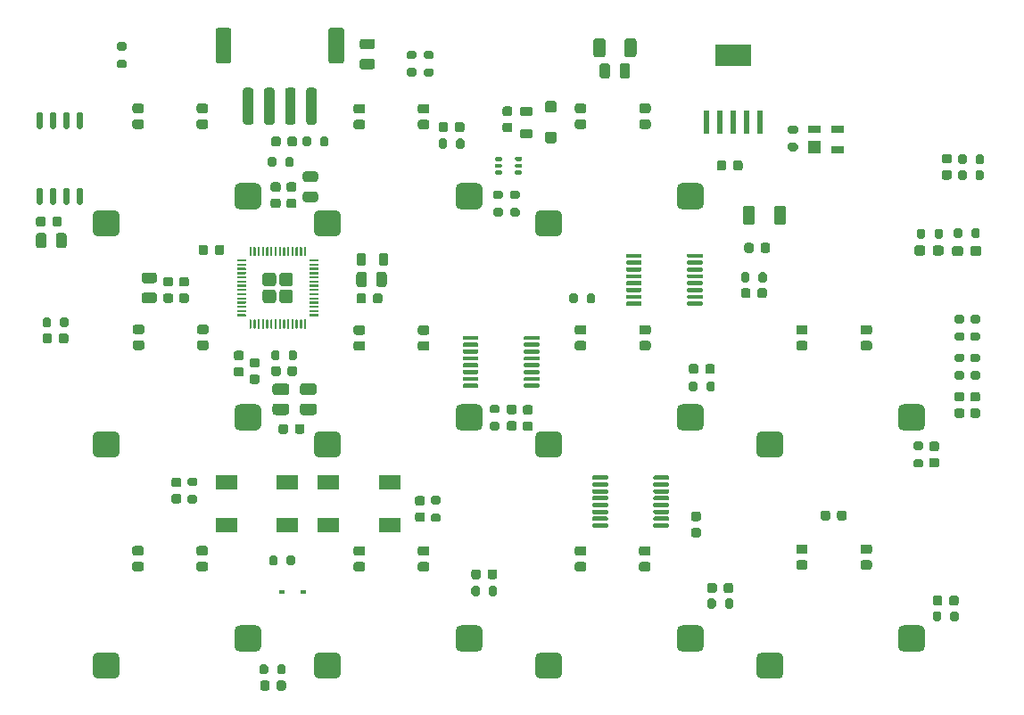
<source format=gbp>
G04 #@! TF.GenerationSoftware,KiCad,Pcbnew,7.0.6*
G04 #@! TF.CreationDate,2023-10-20T19:04:06+03:00*
G04 #@! TF.ProjectId,000018 PGKB,30303030-3138-4205-9047-4b422e6b6963,1.0*
G04 #@! TF.SameCoordinates,Original*
G04 #@! TF.FileFunction,Paste,Bot*
G04 #@! TF.FilePolarity,Positive*
%FSLAX46Y46*%
G04 Gerber Fmt 4.6, Leading zero omitted, Abs format (unit mm)*
G04 Created by KiCad (PCBNEW 7.0.6) date 2023-10-20 19:04:06*
%MOMM*%
%LPD*%
G01*
G04 APERTURE LIST*
%ADD10R,0.600000X2.200000*%
%ADD11R,3.450000X2.150000*%
%ADD12R,0.600000X0.450000*%
%ADD13R,1.300000X1.200000*%
%ADD14R,1.300000X0.800000*%
%ADD15R,2.000000X1.400000*%
G04 APERTURE END LIST*
G04 #@! TO.C,S3*
G36*
G01*
X95085000Y-164830000D02*
X95085000Y-166330000D01*
G75*
G02*
X94585000Y-166830000I-500000J0D01*
G01*
X93035000Y-166830000D01*
G75*
G02*
X92535000Y-166330000I0J500000D01*
G01*
X92535000Y-164830000D01*
G75*
G02*
X93035000Y-164330000I500000J0D01*
G01*
X94585000Y-164330000D01*
G75*
G02*
X95085000Y-164830000I0J-500000D01*
G01*
G37*
G36*
G01*
X105985000Y-163750000D02*
X105985000Y-162250000D01*
G75*
G02*
X106485000Y-161750000I500000J0D01*
G01*
X108035000Y-161750000D01*
G75*
G02*
X108535000Y-162250000I0J-500000D01*
G01*
X108535000Y-163750000D01*
G75*
G02*
X108035000Y-164250000I-500000J0D01*
G01*
X106485000Y-164250000D01*
G75*
G02*
X105985000Y-163750000I0J500000D01*
G01*
G37*
G04 #@! TD*
G04 #@! TO.C,S7*
G36*
G01*
X95085000Y-143830000D02*
X95085000Y-145330000D01*
G75*
G02*
X94585000Y-145830000I-500000J0D01*
G01*
X93035000Y-145830000D01*
G75*
G02*
X92535000Y-145330000I0J500000D01*
G01*
X92535000Y-143830000D01*
G75*
G02*
X93035000Y-143330000I500000J0D01*
G01*
X94585000Y-143330000D01*
G75*
G02*
X95085000Y-143830000I0J-500000D01*
G01*
G37*
G36*
G01*
X105985000Y-142750000D02*
X105985000Y-141250000D01*
G75*
G02*
X106485000Y-140750000I500000J0D01*
G01*
X108035000Y-140750000D01*
G75*
G02*
X108535000Y-141250000I0J-500000D01*
G01*
X108535000Y-142750000D01*
G75*
G02*
X108035000Y-143250000I-500000J0D01*
G01*
X106485000Y-143250000D01*
G75*
G02*
X105985000Y-142750000I0J500000D01*
G01*
G37*
G04 #@! TD*
G04 #@! TO.C,S5*
G36*
G01*
X53085000Y-143830000D02*
X53085000Y-145330000D01*
G75*
G02*
X52585000Y-145830000I-500000J0D01*
G01*
X51035000Y-145830000D01*
G75*
G02*
X50535000Y-145330000I0J500000D01*
G01*
X50535000Y-143830000D01*
G75*
G02*
X51035000Y-143330000I500000J0D01*
G01*
X52585000Y-143330000D01*
G75*
G02*
X53085000Y-143830000I0J-500000D01*
G01*
G37*
G36*
G01*
X63985000Y-142750000D02*
X63985000Y-141250000D01*
G75*
G02*
X64485000Y-140750000I500000J0D01*
G01*
X66035000Y-140750000D01*
G75*
G02*
X66535000Y-141250000I0J-500000D01*
G01*
X66535000Y-142750000D01*
G75*
G02*
X66035000Y-143250000I-500000J0D01*
G01*
X64485000Y-143250000D01*
G75*
G02*
X63985000Y-142750000I0J500000D01*
G01*
G37*
G04 #@! TD*
G04 #@! TO.C,S1*
G36*
G01*
X53085000Y-164830000D02*
X53085000Y-166330000D01*
G75*
G02*
X52585000Y-166830000I-500000J0D01*
G01*
X51035000Y-166830000D01*
G75*
G02*
X50535000Y-166330000I0J500000D01*
G01*
X50535000Y-164830000D01*
G75*
G02*
X51035000Y-164330000I500000J0D01*
G01*
X52585000Y-164330000D01*
G75*
G02*
X53085000Y-164830000I0J-500000D01*
G01*
G37*
G36*
G01*
X63985000Y-163750000D02*
X63985000Y-162250000D01*
G75*
G02*
X64485000Y-161750000I500000J0D01*
G01*
X66035000Y-161750000D01*
G75*
G02*
X66535000Y-162250000I0J-500000D01*
G01*
X66535000Y-163750000D01*
G75*
G02*
X66035000Y-164250000I-500000J0D01*
G01*
X64485000Y-164250000D01*
G75*
G02*
X63985000Y-163750000I0J500000D01*
G01*
G37*
G04 #@! TD*
G04 #@! TO.C,S10*
G36*
G01*
X74085000Y-122830000D02*
X74085000Y-124330000D01*
G75*
G02*
X73585000Y-124830000I-500000J0D01*
G01*
X72035000Y-124830000D01*
G75*
G02*
X71535000Y-124330000I0J500000D01*
G01*
X71535000Y-122830000D01*
G75*
G02*
X72035000Y-122330000I500000J0D01*
G01*
X73585000Y-122330000D01*
G75*
G02*
X74085000Y-122830000I0J-500000D01*
G01*
G37*
G36*
G01*
X84985000Y-121750000D02*
X84985000Y-120250000D01*
G75*
G02*
X85485000Y-119750000I500000J0D01*
G01*
X87035000Y-119750000D01*
G75*
G02*
X87535000Y-120250000I0J-500000D01*
G01*
X87535000Y-121750000D01*
G75*
G02*
X87035000Y-122250000I-500000J0D01*
G01*
X85485000Y-122250000D01*
G75*
G02*
X84985000Y-121750000I0J500000D01*
G01*
G37*
G04 #@! TD*
G04 #@! TO.C,S4*
G36*
G01*
X116085000Y-164830000D02*
X116085000Y-166330000D01*
G75*
G02*
X115585000Y-166830000I-500000J0D01*
G01*
X114035000Y-166830000D01*
G75*
G02*
X113535000Y-166330000I0J500000D01*
G01*
X113535000Y-164830000D01*
G75*
G02*
X114035000Y-164330000I500000J0D01*
G01*
X115585000Y-164330000D01*
G75*
G02*
X116085000Y-164830000I0J-500000D01*
G01*
G37*
G36*
G01*
X126985000Y-163750000D02*
X126985000Y-162250000D01*
G75*
G02*
X127485000Y-161750000I500000J0D01*
G01*
X129035000Y-161750000D01*
G75*
G02*
X129535000Y-162250000I0J-500000D01*
G01*
X129535000Y-163750000D01*
G75*
G02*
X129035000Y-164250000I-500000J0D01*
G01*
X127485000Y-164250000D01*
G75*
G02*
X126985000Y-163750000I0J500000D01*
G01*
G37*
G04 #@! TD*
G04 #@! TO.C,S11*
G36*
G01*
X95085000Y-122830000D02*
X95085000Y-124330000D01*
G75*
G02*
X94585000Y-124830000I-500000J0D01*
G01*
X93035000Y-124830000D01*
G75*
G02*
X92535000Y-124330000I0J500000D01*
G01*
X92535000Y-122830000D01*
G75*
G02*
X93035000Y-122330000I500000J0D01*
G01*
X94585000Y-122330000D01*
G75*
G02*
X95085000Y-122830000I0J-500000D01*
G01*
G37*
G36*
G01*
X105985000Y-121750000D02*
X105985000Y-120250000D01*
G75*
G02*
X106485000Y-119750000I500000J0D01*
G01*
X108035000Y-119750000D01*
G75*
G02*
X108535000Y-120250000I0J-500000D01*
G01*
X108535000Y-121750000D01*
G75*
G02*
X108035000Y-122250000I-500000J0D01*
G01*
X106485000Y-122250000D01*
G75*
G02*
X105985000Y-121750000I0J500000D01*
G01*
G37*
G04 #@! TD*
G04 #@! TO.C,S6*
G36*
G01*
X74085000Y-143830000D02*
X74085000Y-145330000D01*
G75*
G02*
X73585000Y-145830000I-500000J0D01*
G01*
X72035000Y-145830000D01*
G75*
G02*
X71535000Y-145330000I0J500000D01*
G01*
X71535000Y-143830000D01*
G75*
G02*
X72035000Y-143330000I500000J0D01*
G01*
X73585000Y-143330000D01*
G75*
G02*
X74085000Y-143830000I0J-500000D01*
G01*
G37*
G36*
G01*
X84985000Y-142750000D02*
X84985000Y-141250000D01*
G75*
G02*
X85485000Y-140750000I500000J0D01*
G01*
X87035000Y-140750000D01*
G75*
G02*
X87535000Y-141250000I0J-500000D01*
G01*
X87535000Y-142750000D01*
G75*
G02*
X87035000Y-143250000I-500000J0D01*
G01*
X85485000Y-143250000D01*
G75*
G02*
X84985000Y-142750000I0J500000D01*
G01*
G37*
G04 #@! TD*
G04 #@! TO.C,S8*
G36*
G01*
X116085000Y-143830000D02*
X116085000Y-145330000D01*
G75*
G02*
X115585000Y-145830000I-500000J0D01*
G01*
X114035000Y-145830000D01*
G75*
G02*
X113535000Y-145330000I0J500000D01*
G01*
X113535000Y-143830000D01*
G75*
G02*
X114035000Y-143330000I500000J0D01*
G01*
X115585000Y-143330000D01*
G75*
G02*
X116085000Y-143830000I0J-500000D01*
G01*
G37*
G36*
G01*
X126985000Y-142750000D02*
X126985000Y-141250000D01*
G75*
G02*
X127485000Y-140750000I500000J0D01*
G01*
X129035000Y-140750000D01*
G75*
G02*
X129535000Y-141250000I0J-500000D01*
G01*
X129535000Y-142750000D01*
G75*
G02*
X129035000Y-143250000I-500000J0D01*
G01*
X127485000Y-143250000D01*
G75*
G02*
X126985000Y-142750000I0J500000D01*
G01*
G37*
G04 #@! TD*
G04 #@! TO.C,S2*
G36*
G01*
X74085000Y-164830000D02*
X74085000Y-166330000D01*
G75*
G02*
X73585000Y-166830000I-500000J0D01*
G01*
X72035000Y-166830000D01*
G75*
G02*
X71535000Y-166330000I0J500000D01*
G01*
X71535000Y-164830000D01*
G75*
G02*
X72035000Y-164330000I500000J0D01*
G01*
X73585000Y-164330000D01*
G75*
G02*
X74085000Y-164830000I0J-500000D01*
G01*
G37*
G36*
G01*
X84985000Y-163750000D02*
X84985000Y-162250000D01*
G75*
G02*
X85485000Y-161750000I500000J0D01*
G01*
X87035000Y-161750000D01*
G75*
G02*
X87535000Y-162250000I0J-500000D01*
G01*
X87535000Y-163750000D01*
G75*
G02*
X87035000Y-164250000I-500000J0D01*
G01*
X85485000Y-164250000D01*
G75*
G02*
X84985000Y-163750000I0J500000D01*
G01*
G37*
G04 #@! TD*
G04 #@! TO.C,S9*
G36*
G01*
X53085000Y-122830000D02*
X53085000Y-124330000D01*
G75*
G02*
X52585000Y-124830000I-500000J0D01*
G01*
X51035000Y-124830000D01*
G75*
G02*
X50535000Y-124330000I0J500000D01*
G01*
X50535000Y-122830000D01*
G75*
G02*
X51035000Y-122330000I500000J0D01*
G01*
X52585000Y-122330000D01*
G75*
G02*
X53085000Y-122830000I0J-500000D01*
G01*
G37*
G36*
G01*
X63985000Y-121750000D02*
X63985000Y-120250000D01*
G75*
G02*
X64485000Y-119750000I500000J0D01*
G01*
X66035000Y-119750000D01*
G75*
G02*
X66535000Y-120250000I0J-500000D01*
G01*
X66535000Y-121750000D01*
G75*
G02*
X66035000Y-122250000I-500000J0D01*
G01*
X64485000Y-122250000D01*
G75*
G02*
X63985000Y-121750000I0J500000D01*
G01*
G37*
G04 #@! TD*
G04 #@! TO.C,C38*
G36*
G01*
X112375000Y-126150000D02*
X112375000Y-125650000D01*
G75*
G02*
X112600000Y-125425000I225000J0D01*
G01*
X113050000Y-125425000D01*
G75*
G02*
X113275000Y-125650000I0J-225000D01*
G01*
X113275000Y-126150000D01*
G75*
G02*
X113050000Y-126375000I-225000J0D01*
G01*
X112600000Y-126375000D01*
G75*
G02*
X112375000Y-126150000I0J225000D01*
G01*
G37*
G36*
G01*
X113925000Y-126150000D02*
X113925000Y-125650000D01*
G75*
G02*
X114150000Y-125425000I225000J0D01*
G01*
X114600000Y-125425000D01*
G75*
G02*
X114825000Y-125650000I0J-225000D01*
G01*
X114825000Y-126150000D01*
G75*
G02*
X114600000Y-126375000I-225000J0D01*
G01*
X114150000Y-126375000D01*
G75*
G02*
X113925000Y-126150000I0J225000D01*
G01*
G37*
G04 #@! TD*
G04 #@! TO.C,C31*
G36*
G01*
X75575000Y-130950000D02*
X75575000Y-130450000D01*
G75*
G02*
X75800000Y-130225000I225000J0D01*
G01*
X76250000Y-130225000D01*
G75*
G02*
X76475000Y-130450000I0J-225000D01*
G01*
X76475000Y-130950000D01*
G75*
G02*
X76250000Y-131175000I-225000J0D01*
G01*
X75800000Y-131175000D01*
G75*
G02*
X75575000Y-130950000I0J225000D01*
G01*
G37*
G36*
G01*
X77125000Y-130950000D02*
X77125000Y-130450000D01*
G75*
G02*
X77350000Y-130225000I225000J0D01*
G01*
X77800000Y-130225000D01*
G75*
G02*
X78025000Y-130450000I0J-225000D01*
G01*
X78025000Y-130950000D01*
G75*
G02*
X77800000Y-131175000I-225000J0D01*
G01*
X77350000Y-131175000D01*
G75*
G02*
X77125000Y-130950000I0J225000D01*
G01*
G37*
G04 #@! TD*
G04 #@! TO.C,U2*
G36*
G01*
X98050000Y-152075000D02*
X99350000Y-152075000D01*
G75*
G02*
X99450000Y-152175000I0J-100000D01*
G01*
X99450000Y-152375000D01*
G75*
G02*
X99350000Y-152475000I-100000J0D01*
G01*
X98050000Y-152475000D01*
G75*
G02*
X97950000Y-152375000I0J100000D01*
G01*
X97950000Y-152175000D01*
G75*
G02*
X98050000Y-152075000I100000J0D01*
G01*
G37*
G36*
G01*
X98050000Y-151425000D02*
X99350000Y-151425000D01*
G75*
G02*
X99450000Y-151525000I0J-100000D01*
G01*
X99450000Y-151725000D01*
G75*
G02*
X99350000Y-151825000I-100000J0D01*
G01*
X98050000Y-151825000D01*
G75*
G02*
X97950000Y-151725000I0J100000D01*
G01*
X97950000Y-151525000D01*
G75*
G02*
X98050000Y-151425000I100000J0D01*
G01*
G37*
G36*
G01*
X98050000Y-150775000D02*
X99350000Y-150775000D01*
G75*
G02*
X99450000Y-150875000I0J-100000D01*
G01*
X99450000Y-151075000D01*
G75*
G02*
X99350000Y-151175000I-100000J0D01*
G01*
X98050000Y-151175000D01*
G75*
G02*
X97950000Y-151075000I0J100000D01*
G01*
X97950000Y-150875000D01*
G75*
G02*
X98050000Y-150775000I100000J0D01*
G01*
G37*
G36*
G01*
X98050000Y-150125000D02*
X99350000Y-150125000D01*
G75*
G02*
X99450000Y-150225000I0J-100000D01*
G01*
X99450000Y-150425000D01*
G75*
G02*
X99350000Y-150525000I-100000J0D01*
G01*
X98050000Y-150525000D01*
G75*
G02*
X97950000Y-150425000I0J100000D01*
G01*
X97950000Y-150225000D01*
G75*
G02*
X98050000Y-150125000I100000J0D01*
G01*
G37*
G36*
G01*
X98050000Y-149475000D02*
X99350000Y-149475000D01*
G75*
G02*
X99450000Y-149575000I0J-100000D01*
G01*
X99450000Y-149775000D01*
G75*
G02*
X99350000Y-149875000I-100000J0D01*
G01*
X98050000Y-149875000D01*
G75*
G02*
X97950000Y-149775000I0J100000D01*
G01*
X97950000Y-149575000D01*
G75*
G02*
X98050000Y-149475000I100000J0D01*
G01*
G37*
G36*
G01*
X98050000Y-148825000D02*
X99350000Y-148825000D01*
G75*
G02*
X99450000Y-148925000I0J-100000D01*
G01*
X99450000Y-149125000D01*
G75*
G02*
X99350000Y-149225000I-100000J0D01*
G01*
X98050000Y-149225000D01*
G75*
G02*
X97950000Y-149125000I0J100000D01*
G01*
X97950000Y-148925000D01*
G75*
G02*
X98050000Y-148825000I100000J0D01*
G01*
G37*
G36*
G01*
X98050000Y-148175000D02*
X99350000Y-148175000D01*
G75*
G02*
X99450000Y-148275000I0J-100000D01*
G01*
X99450000Y-148475000D01*
G75*
G02*
X99350000Y-148575000I-100000J0D01*
G01*
X98050000Y-148575000D01*
G75*
G02*
X97950000Y-148475000I0J100000D01*
G01*
X97950000Y-148275000D01*
G75*
G02*
X98050000Y-148175000I100000J0D01*
G01*
G37*
G36*
G01*
X98050000Y-147525000D02*
X99350000Y-147525000D01*
G75*
G02*
X99450000Y-147625000I0J-100000D01*
G01*
X99450000Y-147825000D01*
G75*
G02*
X99350000Y-147925000I-100000J0D01*
G01*
X98050000Y-147925000D01*
G75*
G02*
X97950000Y-147825000I0J100000D01*
G01*
X97950000Y-147625000D01*
G75*
G02*
X98050000Y-147525000I100000J0D01*
G01*
G37*
G36*
G01*
X103850000Y-147525000D02*
X105150000Y-147525000D01*
G75*
G02*
X105250000Y-147625000I0J-100000D01*
G01*
X105250000Y-147825000D01*
G75*
G02*
X105150000Y-147925000I-100000J0D01*
G01*
X103850000Y-147925000D01*
G75*
G02*
X103750000Y-147825000I0J100000D01*
G01*
X103750000Y-147625000D01*
G75*
G02*
X103850000Y-147525000I100000J0D01*
G01*
G37*
G36*
G01*
X103850000Y-148175000D02*
X105150000Y-148175000D01*
G75*
G02*
X105250000Y-148275000I0J-100000D01*
G01*
X105250000Y-148475000D01*
G75*
G02*
X105150000Y-148575000I-100000J0D01*
G01*
X103850000Y-148575000D01*
G75*
G02*
X103750000Y-148475000I0J100000D01*
G01*
X103750000Y-148275000D01*
G75*
G02*
X103850000Y-148175000I100000J0D01*
G01*
G37*
G36*
G01*
X103850000Y-148825000D02*
X105150000Y-148825000D01*
G75*
G02*
X105250000Y-148925000I0J-100000D01*
G01*
X105250000Y-149125000D01*
G75*
G02*
X105150000Y-149225000I-100000J0D01*
G01*
X103850000Y-149225000D01*
G75*
G02*
X103750000Y-149125000I0J100000D01*
G01*
X103750000Y-148925000D01*
G75*
G02*
X103850000Y-148825000I100000J0D01*
G01*
G37*
G36*
G01*
X103850000Y-149475000D02*
X105150000Y-149475000D01*
G75*
G02*
X105250000Y-149575000I0J-100000D01*
G01*
X105250000Y-149775000D01*
G75*
G02*
X105150000Y-149875000I-100000J0D01*
G01*
X103850000Y-149875000D01*
G75*
G02*
X103750000Y-149775000I0J100000D01*
G01*
X103750000Y-149575000D01*
G75*
G02*
X103850000Y-149475000I100000J0D01*
G01*
G37*
G36*
G01*
X103850000Y-150125000D02*
X105150000Y-150125000D01*
G75*
G02*
X105250000Y-150225000I0J-100000D01*
G01*
X105250000Y-150425000D01*
G75*
G02*
X105150000Y-150525000I-100000J0D01*
G01*
X103850000Y-150525000D01*
G75*
G02*
X103750000Y-150425000I0J100000D01*
G01*
X103750000Y-150225000D01*
G75*
G02*
X103850000Y-150125000I100000J0D01*
G01*
G37*
G36*
G01*
X103850000Y-150775000D02*
X105150000Y-150775000D01*
G75*
G02*
X105250000Y-150875000I0J-100000D01*
G01*
X105250000Y-151075000D01*
G75*
G02*
X105150000Y-151175000I-100000J0D01*
G01*
X103850000Y-151175000D01*
G75*
G02*
X103750000Y-151075000I0J100000D01*
G01*
X103750000Y-150875000D01*
G75*
G02*
X103850000Y-150775000I100000J0D01*
G01*
G37*
G36*
G01*
X103850000Y-151425000D02*
X105150000Y-151425000D01*
G75*
G02*
X105250000Y-151525000I0J-100000D01*
G01*
X105250000Y-151725000D01*
G75*
G02*
X105150000Y-151825000I-100000J0D01*
G01*
X103850000Y-151825000D01*
G75*
G02*
X103750000Y-151725000I0J100000D01*
G01*
X103750000Y-151525000D01*
G75*
G02*
X103850000Y-151425000I100000J0D01*
G01*
G37*
G36*
G01*
X103850000Y-152075000D02*
X105150000Y-152075000D01*
G75*
G02*
X105250000Y-152175000I0J-100000D01*
G01*
X105250000Y-152375000D01*
G75*
G02*
X105150000Y-152475000I-100000J0D01*
G01*
X103850000Y-152475000D01*
G75*
G02*
X103750000Y-152375000I0J100000D01*
G01*
X103750000Y-152175000D01*
G75*
G02*
X103850000Y-152075000I100000J0D01*
G01*
G37*
G04 #@! TD*
D10*
G04 #@! TO.C,U6*
X113840000Y-113937500D03*
X112570000Y-113937500D03*
X111300000Y-113937500D03*
X110030000Y-113937500D03*
X108760000Y-113937500D03*
D11*
X111300000Y-107637500D03*
G04 #@! TD*
G04 #@! TO.C,R3*
G36*
G01*
X90325000Y-120475000D02*
X90875000Y-120475000D01*
G75*
G02*
X91075000Y-120675000I0J-200000D01*
G01*
X91075000Y-121075000D01*
G75*
G02*
X90875000Y-121275000I-200000J0D01*
G01*
X90325000Y-121275000D01*
G75*
G02*
X90125000Y-121075000I0J200000D01*
G01*
X90125000Y-120675000D01*
G75*
G02*
X90325000Y-120475000I200000J0D01*
G01*
G37*
G36*
G01*
X90325000Y-122125000D02*
X90875000Y-122125000D01*
G75*
G02*
X91075000Y-122325000I0J-200000D01*
G01*
X91075000Y-122725000D01*
G75*
G02*
X90875000Y-122925000I-200000J0D01*
G01*
X90325000Y-122925000D01*
G75*
G02*
X90125000Y-122725000I0J200000D01*
G01*
X90125000Y-122325000D01*
G75*
G02*
X90325000Y-122125000I200000J0D01*
G01*
G37*
G04 #@! TD*
G04 #@! TO.C,R11*
G36*
G01*
X107133281Y-139345860D02*
X107133281Y-138795860D01*
G75*
G02*
X107333281Y-138595860I200000J0D01*
G01*
X107733281Y-138595860D01*
G75*
G02*
X107933281Y-138795860I0J-200000D01*
G01*
X107933281Y-139345860D01*
G75*
G02*
X107733281Y-139545860I-200000J0D01*
G01*
X107333281Y-139545860D01*
G75*
G02*
X107133281Y-139345860I0J200000D01*
G01*
G37*
G36*
G01*
X108783281Y-139345860D02*
X108783281Y-138795860D01*
G75*
G02*
X108983281Y-138595860I200000J0D01*
G01*
X109383281Y-138595860D01*
G75*
G02*
X109583281Y-138795860I0J-200000D01*
G01*
X109583281Y-139345860D01*
G75*
G02*
X109383281Y-139545860I-200000J0D01*
G01*
X108983281Y-139545860D01*
G75*
G02*
X108783281Y-139345860I0J200000D01*
G01*
G37*
G04 #@! TD*
G04 #@! TO.C,R12*
G36*
G01*
X128625000Y-144300000D02*
X129175000Y-144300000D01*
G75*
G02*
X129375000Y-144500000I0J-200000D01*
G01*
X129375000Y-144900000D01*
G75*
G02*
X129175000Y-145100000I-200000J0D01*
G01*
X128625000Y-145100000D01*
G75*
G02*
X128425000Y-144900000I0J200000D01*
G01*
X128425000Y-144500000D01*
G75*
G02*
X128625000Y-144300000I200000J0D01*
G01*
G37*
G36*
G01*
X128625000Y-145950000D02*
X129175000Y-145950000D01*
G75*
G02*
X129375000Y-146150000I0J-200000D01*
G01*
X129375000Y-146550000D01*
G75*
G02*
X129175000Y-146750000I-200000J0D01*
G01*
X128625000Y-146750000D01*
G75*
G02*
X128425000Y-146550000I0J200000D01*
G01*
X128425000Y-146150000D01*
G75*
G02*
X128625000Y-145950000I200000J0D01*
G01*
G37*
G04 #@! TD*
G04 #@! TO.C,D7*
G36*
G01*
X102400000Y-135417500D02*
X102400000Y-134967500D01*
G75*
G02*
X102625000Y-134742500I225000J0D01*
G01*
X103275000Y-134742500D01*
G75*
G02*
X103500000Y-134967500I0J-225000D01*
G01*
X103500000Y-135417500D01*
G75*
G02*
X103275000Y-135642500I-225000J0D01*
G01*
X102625000Y-135642500D01*
G75*
G02*
X102400000Y-135417500I0J225000D01*
G01*
G37*
G36*
G01*
X102400000Y-133917500D02*
X102400000Y-133467500D01*
G75*
G02*
X102625000Y-133242500I225000J0D01*
G01*
X103275000Y-133242500D01*
G75*
G02*
X103500000Y-133467500I0J-225000D01*
G01*
X103500000Y-133917500D01*
G75*
G02*
X103275000Y-134142500I-225000J0D01*
G01*
X102625000Y-134142500D01*
G75*
G02*
X102400000Y-133917500I0J225000D01*
G01*
G37*
G36*
G01*
X96300000Y-133917500D02*
X96300000Y-133467500D01*
G75*
G02*
X96525000Y-133242500I225000J0D01*
G01*
X97175000Y-133242500D01*
G75*
G02*
X97400000Y-133467500I0J-225000D01*
G01*
X97400000Y-133917500D01*
G75*
G02*
X97175000Y-134142500I-225000J0D01*
G01*
X96525000Y-134142500D01*
G75*
G02*
X96300000Y-133917500I0J225000D01*
G01*
G37*
G36*
G01*
X96300000Y-135417500D02*
X96300000Y-134967500D01*
G75*
G02*
X96525000Y-134742500I225000J0D01*
G01*
X97175000Y-134742500D01*
G75*
G02*
X97400000Y-134967500I0J-225000D01*
G01*
X97400000Y-135417500D01*
G75*
G02*
X97175000Y-135642500I-225000J0D01*
G01*
X96525000Y-135642500D01*
G75*
G02*
X96300000Y-135417500I0J225000D01*
G01*
G37*
G04 #@! TD*
G04 #@! TO.C,D15*
G36*
G01*
X132100000Y-126437500D02*
X132100000Y-125962500D01*
G75*
G02*
X132337500Y-125725000I237500J0D01*
G01*
X132912500Y-125725000D01*
G75*
G02*
X133150000Y-125962500I0J-237500D01*
G01*
X133150000Y-126437500D01*
G75*
G02*
X132912500Y-126675000I-237500J0D01*
G01*
X132337500Y-126675000D01*
G75*
G02*
X132100000Y-126437500I0J237500D01*
G01*
G37*
G36*
G01*
X133850000Y-126437500D02*
X133850000Y-125962500D01*
G75*
G02*
X134087500Y-125725000I237500J0D01*
G01*
X134662500Y-125725000D01*
G75*
G02*
X134900000Y-125962500I0J-237500D01*
G01*
X134900000Y-126437500D01*
G75*
G02*
X134662500Y-126675000I-237500J0D01*
G01*
X134087500Y-126675000D01*
G75*
G02*
X133850000Y-126437500I0J237500D01*
G01*
G37*
G04 #@! TD*
G04 #@! TO.C,R14*
G36*
G01*
X85825000Y-115725000D02*
X85825000Y-116275000D01*
G75*
G02*
X85625000Y-116475000I-200000J0D01*
G01*
X85225000Y-116475000D01*
G75*
G02*
X85025000Y-116275000I0J200000D01*
G01*
X85025000Y-115725000D01*
G75*
G02*
X85225000Y-115525000I200000J0D01*
G01*
X85625000Y-115525000D01*
G75*
G02*
X85825000Y-115725000I0J-200000D01*
G01*
G37*
G36*
G01*
X84175000Y-115725000D02*
X84175000Y-116275000D01*
G75*
G02*
X83975000Y-116475000I-200000J0D01*
G01*
X83575000Y-116475000D01*
G75*
G02*
X83375000Y-116275000I0J200000D01*
G01*
X83375000Y-115725000D01*
G75*
G02*
X83575000Y-115525000I200000J0D01*
G01*
X83975000Y-115525000D01*
G75*
G02*
X84175000Y-115725000I0J-200000D01*
G01*
G37*
G04 #@! TD*
G04 #@! TO.C,C40*
G36*
G01*
X122092283Y-151070715D02*
X122092283Y-151570715D01*
G75*
G02*
X121867283Y-151795715I-225000J0D01*
G01*
X121417283Y-151795715D01*
G75*
G02*
X121192283Y-151570715I0J225000D01*
G01*
X121192283Y-151070715D01*
G75*
G02*
X121417283Y-150845715I225000J0D01*
G01*
X121867283Y-150845715D01*
G75*
G02*
X122092283Y-151070715I0J-225000D01*
G01*
G37*
G36*
G01*
X120542283Y-151070715D02*
X120542283Y-151570715D01*
G75*
G02*
X120317283Y-151795715I-225000J0D01*
G01*
X119867283Y-151795715D01*
G75*
G02*
X119642283Y-151570715I0J225000D01*
G01*
X119642283Y-151070715D01*
G75*
G02*
X119867283Y-150845715I225000J0D01*
G01*
X120317283Y-150845715D01*
G75*
G02*
X120542283Y-151070715I0J-225000D01*
G01*
G37*
G04 #@! TD*
G04 #@! TO.C,R2*
G36*
G01*
X81075000Y-109625000D02*
X80525000Y-109625000D01*
G75*
G02*
X80325000Y-109425000I0J200000D01*
G01*
X80325000Y-109025000D01*
G75*
G02*
X80525000Y-108825000I200000J0D01*
G01*
X81075000Y-108825000D01*
G75*
G02*
X81275000Y-109025000I0J-200000D01*
G01*
X81275000Y-109425000D01*
G75*
G02*
X81075000Y-109625000I-200000J0D01*
G01*
G37*
G36*
G01*
X81075000Y-107975000D02*
X80525000Y-107975000D01*
G75*
G02*
X80325000Y-107775000I0J200000D01*
G01*
X80325000Y-107375000D01*
G75*
G02*
X80525000Y-107175000I200000J0D01*
G01*
X81075000Y-107175000D01*
G75*
G02*
X81275000Y-107375000I0J-200000D01*
G01*
X81275000Y-107775000D01*
G75*
G02*
X81075000Y-107975000I-200000J0D01*
G01*
G37*
G04 #@! TD*
G04 #@! TO.C,C33*
G36*
G01*
X63025000Y-125850000D02*
X63025000Y-126350000D01*
G75*
G02*
X62800000Y-126575000I-225000J0D01*
G01*
X62350000Y-126575000D01*
G75*
G02*
X62125000Y-126350000I0J225000D01*
G01*
X62125000Y-125850000D01*
G75*
G02*
X62350000Y-125625000I225000J0D01*
G01*
X62800000Y-125625000D01*
G75*
G02*
X63025000Y-125850000I0J-225000D01*
G01*
G37*
G36*
G01*
X61475000Y-125850000D02*
X61475000Y-126350000D01*
G75*
G02*
X61250000Y-126575000I-225000J0D01*
G01*
X60800000Y-126575000D01*
G75*
G02*
X60575000Y-126350000I0J225000D01*
G01*
X60575000Y-125850000D01*
G75*
G02*
X60800000Y-125625000I225000J0D01*
G01*
X61250000Y-125625000D01*
G75*
G02*
X61475000Y-125850000I0J-225000D01*
G01*
G37*
G04 #@! TD*
G04 #@! TO.C,C35*
G36*
G01*
X59450000Y-131125000D02*
X58950000Y-131125000D01*
G75*
G02*
X58725000Y-130900000I0J225000D01*
G01*
X58725000Y-130450000D01*
G75*
G02*
X58950000Y-130225000I225000J0D01*
G01*
X59450000Y-130225000D01*
G75*
G02*
X59675000Y-130450000I0J-225000D01*
G01*
X59675000Y-130900000D01*
G75*
G02*
X59450000Y-131125000I-225000J0D01*
G01*
G37*
G36*
G01*
X59450000Y-129575000D02*
X58950000Y-129575000D01*
G75*
G02*
X58725000Y-129350000I0J225000D01*
G01*
X58725000Y-128900000D01*
G75*
G02*
X58950000Y-128675000I225000J0D01*
G01*
X59450000Y-128675000D01*
G75*
G02*
X59675000Y-128900000I0J-225000D01*
G01*
X59675000Y-129350000D01*
G75*
G02*
X59450000Y-129575000I-225000J0D01*
G01*
G37*
G04 #@! TD*
G04 #@! TO.C,D16*
G36*
G01*
X128505714Y-126387356D02*
X128505714Y-125912356D01*
G75*
G02*
X128743214Y-125674856I237500J0D01*
G01*
X129318214Y-125674856D01*
G75*
G02*
X129555714Y-125912356I0J-237500D01*
G01*
X129555714Y-126387356D01*
G75*
G02*
X129318214Y-126624856I-237500J0D01*
G01*
X128743214Y-126624856D01*
G75*
G02*
X128505714Y-126387356I0J237500D01*
G01*
G37*
G36*
G01*
X130255714Y-126387356D02*
X130255714Y-125912356D01*
G75*
G02*
X130493214Y-125674856I237500J0D01*
G01*
X131068214Y-125674856D01*
G75*
G02*
X131305714Y-125912356I0J-237500D01*
G01*
X131305714Y-126387356D01*
G75*
G02*
X131068214Y-126624856I-237500J0D01*
G01*
X130493214Y-126624856D01*
G75*
G02*
X130255714Y-126387356I0J237500D01*
G01*
G37*
G04 #@! TD*
G04 #@! TO.C,C9*
G36*
G01*
X90044738Y-140798149D02*
X90544738Y-140798149D01*
G75*
G02*
X90769738Y-141023149I0J-225000D01*
G01*
X90769738Y-141473149D01*
G75*
G02*
X90544738Y-141698149I-225000J0D01*
G01*
X90044738Y-141698149D01*
G75*
G02*
X89819738Y-141473149I0J225000D01*
G01*
X89819738Y-141023149D01*
G75*
G02*
X90044738Y-140798149I225000J0D01*
G01*
G37*
G36*
G01*
X90044738Y-142348149D02*
X90544738Y-142348149D01*
G75*
G02*
X90769738Y-142573149I0J-225000D01*
G01*
X90769738Y-143023149D01*
G75*
G02*
X90544738Y-143248149I-225000J0D01*
G01*
X90044738Y-143248149D01*
G75*
G02*
X89819738Y-143023149I0J225000D01*
G01*
X89819738Y-142573149D01*
G75*
G02*
X90044738Y-142348149I225000J0D01*
G01*
G37*
G04 #@! TD*
G04 #@! TO.C,R5*
G36*
G01*
X68832906Y-165660141D02*
X68832906Y-166210141D01*
G75*
G02*
X68632906Y-166410141I-200000J0D01*
G01*
X68232906Y-166410141D01*
G75*
G02*
X68032906Y-166210141I0J200000D01*
G01*
X68032906Y-165660141D01*
G75*
G02*
X68232906Y-165460141I200000J0D01*
G01*
X68632906Y-165460141D01*
G75*
G02*
X68832906Y-165660141I0J-200000D01*
G01*
G37*
G36*
G01*
X67182906Y-165660141D02*
X67182906Y-166210141D01*
G75*
G02*
X66982906Y-166410141I-200000J0D01*
G01*
X66582906Y-166410141D01*
G75*
G02*
X66382906Y-166210141I0J200000D01*
G01*
X66382906Y-165660141D01*
G75*
G02*
X66582906Y-165460141I200000J0D01*
G01*
X66982906Y-165460141D01*
G75*
G02*
X67182906Y-165660141I0J-200000D01*
G01*
G37*
G04 #@! TD*
G04 #@! TO.C,D1*
G36*
G01*
X60373849Y-156389764D02*
X60373849Y-155939764D01*
G75*
G02*
X60598849Y-155714764I225000J0D01*
G01*
X61248849Y-155714764D01*
G75*
G02*
X61473849Y-155939764I0J-225000D01*
G01*
X61473849Y-156389764D01*
G75*
G02*
X61248849Y-156614764I-225000J0D01*
G01*
X60598849Y-156614764D01*
G75*
G02*
X60373849Y-156389764I0J225000D01*
G01*
G37*
G36*
G01*
X60373849Y-154889764D02*
X60373849Y-154439764D01*
G75*
G02*
X60598849Y-154214764I225000J0D01*
G01*
X61248849Y-154214764D01*
G75*
G02*
X61473849Y-154439764I0J-225000D01*
G01*
X61473849Y-154889764D01*
G75*
G02*
X61248849Y-155114764I-225000J0D01*
G01*
X60598849Y-155114764D01*
G75*
G02*
X60373849Y-154889764I0J225000D01*
G01*
G37*
G36*
G01*
X54273849Y-154889764D02*
X54273849Y-154439764D01*
G75*
G02*
X54498849Y-154214764I225000J0D01*
G01*
X55148849Y-154214764D01*
G75*
G02*
X55373849Y-154439764I0J-225000D01*
G01*
X55373849Y-154889764D01*
G75*
G02*
X55148849Y-155114764I-225000J0D01*
G01*
X54498849Y-155114764D01*
G75*
G02*
X54273849Y-154889764I0J225000D01*
G01*
G37*
G36*
G01*
X54273849Y-156389764D02*
X54273849Y-155939764D01*
G75*
G02*
X54498849Y-155714764I225000J0D01*
G01*
X55148849Y-155714764D01*
G75*
G02*
X55373849Y-155939764I0J-225000D01*
G01*
X55373849Y-156389764D01*
G75*
G02*
X55148849Y-156614764I-225000J0D01*
G01*
X54498849Y-156614764D01*
G75*
G02*
X54273849Y-156389764I0J225000D01*
G01*
G37*
G04 #@! TD*
G04 #@! TO.C,R22*
G36*
G01*
X53575000Y-108825000D02*
X53025000Y-108825000D01*
G75*
G02*
X52825000Y-108625000I0J200000D01*
G01*
X52825000Y-108225000D01*
G75*
G02*
X53025000Y-108025000I200000J0D01*
G01*
X53575000Y-108025000D01*
G75*
G02*
X53775000Y-108225000I0J-200000D01*
G01*
X53775000Y-108625000D01*
G75*
G02*
X53575000Y-108825000I-200000J0D01*
G01*
G37*
G36*
G01*
X53575000Y-107175000D02*
X53025000Y-107175000D01*
G75*
G02*
X52825000Y-106975000I0J200000D01*
G01*
X52825000Y-106575000D01*
G75*
G02*
X53025000Y-106375000I200000J0D01*
G01*
X53575000Y-106375000D01*
G75*
G02*
X53775000Y-106575000I0J-200000D01*
G01*
X53775000Y-106975000D01*
G75*
G02*
X53575000Y-107175000I-200000J0D01*
G01*
G37*
G04 #@! TD*
G04 #@! TO.C,C27*
G36*
G01*
X70625000Y-142850000D02*
X70625000Y-143350000D01*
G75*
G02*
X70400000Y-143575000I-225000J0D01*
G01*
X69950000Y-143575000D01*
G75*
G02*
X69725000Y-143350000I0J225000D01*
G01*
X69725000Y-142850000D01*
G75*
G02*
X69950000Y-142625000I225000J0D01*
G01*
X70400000Y-142625000D01*
G75*
G02*
X70625000Y-142850000I0J-225000D01*
G01*
G37*
G36*
G01*
X69075000Y-142850000D02*
X69075000Y-143350000D01*
G75*
G02*
X68850000Y-143575000I-225000J0D01*
G01*
X68400000Y-143575000D01*
G75*
G02*
X68175000Y-143350000I0J225000D01*
G01*
X68175000Y-142850000D01*
G75*
G02*
X68400000Y-142625000I225000J0D01*
G01*
X68850000Y-142625000D01*
G75*
G02*
X69075000Y-142850000I0J-225000D01*
G01*
G37*
G04 #@! TD*
G04 #@! TO.C,J2*
G36*
G01*
X64800000Y-113950000D02*
X64800000Y-110950000D01*
G75*
G02*
X65050000Y-110700000I250000J0D01*
G01*
X65550000Y-110700000D01*
G75*
G02*
X65800000Y-110950000I0J-250000D01*
G01*
X65800000Y-113950000D01*
G75*
G02*
X65550000Y-114200000I-250000J0D01*
G01*
X65050000Y-114200000D01*
G75*
G02*
X64800000Y-113950000I0J250000D01*
G01*
G37*
G36*
G01*
X66800000Y-113950000D02*
X66800000Y-110950000D01*
G75*
G02*
X67050000Y-110700000I250000J0D01*
G01*
X67550000Y-110700000D01*
G75*
G02*
X67800000Y-110950000I0J-250000D01*
G01*
X67800000Y-113950000D01*
G75*
G02*
X67550000Y-114200000I-250000J0D01*
G01*
X67050000Y-114200000D01*
G75*
G02*
X66800000Y-113950000I0J250000D01*
G01*
G37*
G36*
G01*
X68800000Y-113950000D02*
X68800000Y-110950000D01*
G75*
G02*
X69050000Y-110700000I250000J0D01*
G01*
X69550000Y-110700000D01*
G75*
G02*
X69800000Y-110950000I0J-250000D01*
G01*
X69800000Y-113950000D01*
G75*
G02*
X69550000Y-114200000I-250000J0D01*
G01*
X69050000Y-114200000D01*
G75*
G02*
X68800000Y-113950000I0J250000D01*
G01*
G37*
G36*
G01*
X70800000Y-113950000D02*
X70800000Y-110950000D01*
G75*
G02*
X71050000Y-110700000I250000J0D01*
G01*
X71550000Y-110700000D01*
G75*
G02*
X71800000Y-110950000I0J-250000D01*
G01*
X71800000Y-113950000D01*
G75*
G02*
X71550000Y-114200000I-250000J0D01*
G01*
X71050000Y-114200000D01*
G75*
G02*
X70800000Y-113950000I0J250000D01*
G01*
G37*
G36*
G01*
X62200000Y-108149999D02*
X62200000Y-105250001D01*
G75*
G02*
X62450001Y-105000000I250001J0D01*
G01*
X63449999Y-105000000D01*
G75*
G02*
X63700000Y-105250001I0J-250001D01*
G01*
X63700000Y-108149999D01*
G75*
G02*
X63449999Y-108400000I-250001J0D01*
G01*
X62450001Y-108400000D01*
G75*
G02*
X62200000Y-108149999I0J250001D01*
G01*
G37*
G36*
G01*
X72900000Y-108149999D02*
X72900000Y-105250001D01*
G75*
G02*
X73150001Y-105000000I250001J0D01*
G01*
X74149999Y-105000000D01*
G75*
G02*
X74400000Y-105250001I0J-250001D01*
G01*
X74400000Y-108149999D01*
G75*
G02*
X74149999Y-108400000I-250001J0D01*
G01*
X73150001Y-108400000D01*
G75*
G02*
X72900000Y-108149999I0J250001D01*
G01*
G37*
G04 #@! TD*
G04 #@! TO.C,C11*
G36*
G01*
X130657152Y-146753454D02*
X130157152Y-146753454D01*
G75*
G02*
X129932152Y-146528454I0J225000D01*
G01*
X129932152Y-146078454D01*
G75*
G02*
X130157152Y-145853454I225000J0D01*
G01*
X130657152Y-145853454D01*
G75*
G02*
X130882152Y-146078454I0J-225000D01*
G01*
X130882152Y-146528454D01*
G75*
G02*
X130657152Y-146753454I-225000J0D01*
G01*
G37*
G36*
G01*
X130657152Y-145203454D02*
X130157152Y-145203454D01*
G75*
G02*
X129932152Y-144978454I0J225000D01*
G01*
X129932152Y-144528454D01*
G75*
G02*
X130157152Y-144303454I225000J0D01*
G01*
X130657152Y-144303454D01*
G75*
G02*
X130882152Y-144528454I0J-225000D01*
G01*
X130882152Y-144978454D01*
G75*
G02*
X130657152Y-145203454I-225000J0D01*
G01*
G37*
G04 #@! TD*
G04 #@! TO.C,U1*
G36*
G01*
X85750000Y-138800000D02*
X87050000Y-138800000D01*
G75*
G02*
X87150000Y-138900000I0J-100000D01*
G01*
X87150000Y-139100000D01*
G75*
G02*
X87050000Y-139200000I-100000J0D01*
G01*
X85750000Y-139200000D01*
G75*
G02*
X85650000Y-139100000I0J100000D01*
G01*
X85650000Y-138900000D01*
G75*
G02*
X85750000Y-138800000I100000J0D01*
G01*
G37*
G36*
G01*
X85750000Y-138150000D02*
X87050000Y-138150000D01*
G75*
G02*
X87150000Y-138250000I0J-100000D01*
G01*
X87150000Y-138450000D01*
G75*
G02*
X87050000Y-138550000I-100000J0D01*
G01*
X85750000Y-138550000D01*
G75*
G02*
X85650000Y-138450000I0J100000D01*
G01*
X85650000Y-138250000D01*
G75*
G02*
X85750000Y-138150000I100000J0D01*
G01*
G37*
G36*
G01*
X85750000Y-137500000D02*
X87050000Y-137500000D01*
G75*
G02*
X87150000Y-137600000I0J-100000D01*
G01*
X87150000Y-137800000D01*
G75*
G02*
X87050000Y-137900000I-100000J0D01*
G01*
X85750000Y-137900000D01*
G75*
G02*
X85650000Y-137800000I0J100000D01*
G01*
X85650000Y-137600000D01*
G75*
G02*
X85750000Y-137500000I100000J0D01*
G01*
G37*
G36*
G01*
X85750000Y-136850000D02*
X87050000Y-136850000D01*
G75*
G02*
X87150000Y-136950000I0J-100000D01*
G01*
X87150000Y-137150000D01*
G75*
G02*
X87050000Y-137250000I-100000J0D01*
G01*
X85750000Y-137250000D01*
G75*
G02*
X85650000Y-137150000I0J100000D01*
G01*
X85650000Y-136950000D01*
G75*
G02*
X85750000Y-136850000I100000J0D01*
G01*
G37*
G36*
G01*
X85750000Y-136200000D02*
X87050000Y-136200000D01*
G75*
G02*
X87150000Y-136300000I0J-100000D01*
G01*
X87150000Y-136500000D01*
G75*
G02*
X87050000Y-136600000I-100000J0D01*
G01*
X85750000Y-136600000D01*
G75*
G02*
X85650000Y-136500000I0J100000D01*
G01*
X85650000Y-136300000D01*
G75*
G02*
X85750000Y-136200000I100000J0D01*
G01*
G37*
G36*
G01*
X85750000Y-135550000D02*
X87050000Y-135550000D01*
G75*
G02*
X87150000Y-135650000I0J-100000D01*
G01*
X87150000Y-135850000D01*
G75*
G02*
X87050000Y-135950000I-100000J0D01*
G01*
X85750000Y-135950000D01*
G75*
G02*
X85650000Y-135850000I0J100000D01*
G01*
X85650000Y-135650000D01*
G75*
G02*
X85750000Y-135550000I100000J0D01*
G01*
G37*
G36*
G01*
X85750000Y-134900000D02*
X87050000Y-134900000D01*
G75*
G02*
X87150000Y-135000000I0J-100000D01*
G01*
X87150000Y-135200000D01*
G75*
G02*
X87050000Y-135300000I-100000J0D01*
G01*
X85750000Y-135300000D01*
G75*
G02*
X85650000Y-135200000I0J100000D01*
G01*
X85650000Y-135000000D01*
G75*
G02*
X85750000Y-134900000I100000J0D01*
G01*
G37*
G36*
G01*
X85750000Y-134250000D02*
X87050000Y-134250000D01*
G75*
G02*
X87150000Y-134350000I0J-100000D01*
G01*
X87150000Y-134550000D01*
G75*
G02*
X87050000Y-134650000I-100000J0D01*
G01*
X85750000Y-134650000D01*
G75*
G02*
X85650000Y-134550000I0J100000D01*
G01*
X85650000Y-134350000D01*
G75*
G02*
X85750000Y-134250000I100000J0D01*
G01*
G37*
G36*
G01*
X91550000Y-134250000D02*
X92850000Y-134250000D01*
G75*
G02*
X92950000Y-134350000I0J-100000D01*
G01*
X92950000Y-134550000D01*
G75*
G02*
X92850000Y-134650000I-100000J0D01*
G01*
X91550000Y-134650000D01*
G75*
G02*
X91450000Y-134550000I0J100000D01*
G01*
X91450000Y-134350000D01*
G75*
G02*
X91550000Y-134250000I100000J0D01*
G01*
G37*
G36*
G01*
X91550000Y-134900000D02*
X92850000Y-134900000D01*
G75*
G02*
X92950000Y-135000000I0J-100000D01*
G01*
X92950000Y-135200000D01*
G75*
G02*
X92850000Y-135300000I-100000J0D01*
G01*
X91550000Y-135300000D01*
G75*
G02*
X91450000Y-135200000I0J100000D01*
G01*
X91450000Y-135000000D01*
G75*
G02*
X91550000Y-134900000I100000J0D01*
G01*
G37*
G36*
G01*
X91550000Y-135550000D02*
X92850000Y-135550000D01*
G75*
G02*
X92950000Y-135650000I0J-100000D01*
G01*
X92950000Y-135850000D01*
G75*
G02*
X92850000Y-135950000I-100000J0D01*
G01*
X91550000Y-135950000D01*
G75*
G02*
X91450000Y-135850000I0J100000D01*
G01*
X91450000Y-135650000D01*
G75*
G02*
X91550000Y-135550000I100000J0D01*
G01*
G37*
G36*
G01*
X91550000Y-136200000D02*
X92850000Y-136200000D01*
G75*
G02*
X92950000Y-136300000I0J-100000D01*
G01*
X92950000Y-136500000D01*
G75*
G02*
X92850000Y-136600000I-100000J0D01*
G01*
X91550000Y-136600000D01*
G75*
G02*
X91450000Y-136500000I0J100000D01*
G01*
X91450000Y-136300000D01*
G75*
G02*
X91550000Y-136200000I100000J0D01*
G01*
G37*
G36*
G01*
X91550000Y-136850000D02*
X92850000Y-136850000D01*
G75*
G02*
X92950000Y-136950000I0J-100000D01*
G01*
X92950000Y-137150000D01*
G75*
G02*
X92850000Y-137250000I-100000J0D01*
G01*
X91550000Y-137250000D01*
G75*
G02*
X91450000Y-137150000I0J100000D01*
G01*
X91450000Y-136950000D01*
G75*
G02*
X91550000Y-136850000I100000J0D01*
G01*
G37*
G36*
G01*
X91550000Y-137500000D02*
X92850000Y-137500000D01*
G75*
G02*
X92950000Y-137600000I0J-100000D01*
G01*
X92950000Y-137800000D01*
G75*
G02*
X92850000Y-137900000I-100000J0D01*
G01*
X91550000Y-137900000D01*
G75*
G02*
X91450000Y-137800000I0J100000D01*
G01*
X91450000Y-137600000D01*
G75*
G02*
X91550000Y-137500000I100000J0D01*
G01*
G37*
G36*
G01*
X91550000Y-138150000D02*
X92850000Y-138150000D01*
G75*
G02*
X92950000Y-138250000I0J-100000D01*
G01*
X92950000Y-138450000D01*
G75*
G02*
X92850000Y-138550000I-100000J0D01*
G01*
X91550000Y-138550000D01*
G75*
G02*
X91450000Y-138450000I0J100000D01*
G01*
X91450000Y-138250000D01*
G75*
G02*
X91550000Y-138150000I100000J0D01*
G01*
G37*
G36*
G01*
X91550000Y-138800000D02*
X92850000Y-138800000D01*
G75*
G02*
X92950000Y-138900000I0J-100000D01*
G01*
X92950000Y-139100000D01*
G75*
G02*
X92850000Y-139200000I-100000J0D01*
G01*
X91550000Y-139200000D01*
G75*
G02*
X91450000Y-139100000I0J100000D01*
G01*
X91450000Y-138900000D01*
G75*
G02*
X91550000Y-138800000I100000J0D01*
G01*
G37*
G04 #@! TD*
G04 #@! TO.C,Y1*
G36*
G01*
X71800000Y-140950315D02*
X71800000Y-141500315D01*
G75*
G02*
X71525000Y-141775315I-275000J0D01*
G01*
X70475000Y-141775315D01*
G75*
G02*
X70200000Y-141500315I0J275000D01*
G01*
X70200000Y-140950315D01*
G75*
G02*
X70475000Y-140675315I275000J0D01*
G01*
X71525000Y-140675315D01*
G75*
G02*
X71800000Y-140950315I0J-275000D01*
G01*
G37*
G36*
G01*
X69200000Y-140950315D02*
X69200000Y-141500315D01*
G75*
G02*
X68925000Y-141775315I-275000J0D01*
G01*
X67875000Y-141775315D01*
G75*
G02*
X67600000Y-141500315I0J275000D01*
G01*
X67600000Y-140950315D01*
G75*
G02*
X67875000Y-140675315I275000J0D01*
G01*
X68925000Y-140675315D01*
G75*
G02*
X69200000Y-140950315I0J-275000D01*
G01*
G37*
G36*
G01*
X69200000Y-139050315D02*
X69200000Y-139600315D01*
G75*
G02*
X68925000Y-139875315I-275000J0D01*
G01*
X67875000Y-139875315D01*
G75*
G02*
X67600000Y-139600315I0J275000D01*
G01*
X67600000Y-139050315D01*
G75*
G02*
X67875000Y-138775315I275000J0D01*
G01*
X68925000Y-138775315D01*
G75*
G02*
X69200000Y-139050315I0J-275000D01*
G01*
G37*
G36*
G01*
X71800000Y-139050315D02*
X71800000Y-139600315D01*
G75*
G02*
X71525000Y-139875315I-275000J0D01*
G01*
X70475000Y-139875315D01*
G75*
G02*
X70200000Y-139600315I0J275000D01*
G01*
X70200000Y-139050315D01*
G75*
G02*
X70475000Y-138775315I275000J0D01*
G01*
X71525000Y-138775315D01*
G75*
G02*
X71800000Y-139050315I0J-275000D01*
G01*
G37*
G04 #@! TD*
G04 #@! TO.C,C17*
G36*
G01*
X133050000Y-142050000D02*
X132550000Y-142050000D01*
G75*
G02*
X132325000Y-141825000I0J225000D01*
G01*
X132325000Y-141375000D01*
G75*
G02*
X132550000Y-141150000I225000J0D01*
G01*
X133050000Y-141150000D01*
G75*
G02*
X133275000Y-141375000I0J-225000D01*
G01*
X133275000Y-141825000D01*
G75*
G02*
X133050000Y-142050000I-225000J0D01*
G01*
G37*
G36*
G01*
X133050000Y-140500000D02*
X132550000Y-140500000D01*
G75*
G02*
X132325000Y-140275000I0J225000D01*
G01*
X132325000Y-139825000D01*
G75*
G02*
X132550000Y-139600000I225000J0D01*
G01*
X133050000Y-139600000D01*
G75*
G02*
X133275000Y-139825000I0J-225000D01*
G01*
X133275000Y-140275000D01*
G75*
G02*
X133050000Y-140500000I-225000J0D01*
G01*
G37*
G04 #@! TD*
G04 #@! TO.C,D3*
G36*
G01*
X102390556Y-156412768D02*
X102390556Y-155962768D01*
G75*
G02*
X102615556Y-155737768I225000J0D01*
G01*
X103265556Y-155737768D01*
G75*
G02*
X103490556Y-155962768I0J-225000D01*
G01*
X103490556Y-156412768D01*
G75*
G02*
X103265556Y-156637768I-225000J0D01*
G01*
X102615556Y-156637768D01*
G75*
G02*
X102390556Y-156412768I0J225000D01*
G01*
G37*
G36*
G01*
X102390556Y-154912768D02*
X102390556Y-154462768D01*
G75*
G02*
X102615556Y-154237768I225000J0D01*
G01*
X103265556Y-154237768D01*
G75*
G02*
X103490556Y-154462768I0J-225000D01*
G01*
X103490556Y-154912768D01*
G75*
G02*
X103265556Y-155137768I-225000J0D01*
G01*
X102615556Y-155137768D01*
G75*
G02*
X102390556Y-154912768I0J225000D01*
G01*
G37*
G36*
G01*
X96290556Y-154912768D02*
X96290556Y-154462768D01*
G75*
G02*
X96515556Y-154237768I225000J0D01*
G01*
X97165556Y-154237768D01*
G75*
G02*
X97390556Y-154462768I0J-225000D01*
G01*
X97390556Y-154912768D01*
G75*
G02*
X97165556Y-155137768I-225000J0D01*
G01*
X96515556Y-155137768D01*
G75*
G02*
X96290556Y-154912768I0J225000D01*
G01*
G37*
G36*
G01*
X96290556Y-156412768D02*
X96290556Y-155962768D01*
G75*
G02*
X96515556Y-155737768I225000J0D01*
G01*
X97165556Y-155737768D01*
G75*
G02*
X97390556Y-155962768I0J-225000D01*
G01*
X97390556Y-156412768D01*
G75*
G02*
X97165556Y-156637768I-225000J0D01*
G01*
X96515556Y-156637768D01*
G75*
G02*
X96290556Y-156412768I0J225000D01*
G01*
G37*
G04 #@! TD*
G04 #@! TO.C,R6*
G36*
G01*
X88925000Y-158225000D02*
X88925000Y-158775000D01*
G75*
G02*
X88725000Y-158975000I-200000J0D01*
G01*
X88325000Y-158975000D01*
G75*
G02*
X88125000Y-158775000I0J200000D01*
G01*
X88125000Y-158225000D01*
G75*
G02*
X88325000Y-158025000I200000J0D01*
G01*
X88725000Y-158025000D01*
G75*
G02*
X88925000Y-158225000I0J-200000D01*
G01*
G37*
G36*
G01*
X87275000Y-158225000D02*
X87275000Y-158775000D01*
G75*
G02*
X87075000Y-158975000I-200000J0D01*
G01*
X86675000Y-158975000D01*
G75*
G02*
X86475000Y-158775000I0J200000D01*
G01*
X86475000Y-158225000D01*
G75*
G02*
X86675000Y-158025000I200000J0D01*
G01*
X87075000Y-158025000D01*
G75*
G02*
X87275000Y-158225000I0J-200000D01*
G01*
G37*
G04 #@! TD*
G04 #@! TO.C,R28*
G36*
G01*
X112075000Y-128975000D02*
X112075000Y-128425000D01*
G75*
G02*
X112275000Y-128225000I200000J0D01*
G01*
X112675000Y-128225000D01*
G75*
G02*
X112875000Y-128425000I0J-200000D01*
G01*
X112875000Y-128975000D01*
G75*
G02*
X112675000Y-129175000I-200000J0D01*
G01*
X112275000Y-129175000D01*
G75*
G02*
X112075000Y-128975000I0J200000D01*
G01*
G37*
G36*
G01*
X113725000Y-128975000D02*
X113725000Y-128425000D01*
G75*
G02*
X113925000Y-128225000I200000J0D01*
G01*
X114325000Y-128225000D01*
G75*
G02*
X114525000Y-128425000I0J-200000D01*
G01*
X114525000Y-128975000D01*
G75*
G02*
X114325000Y-129175000I-200000J0D01*
G01*
X113925000Y-129175000D01*
G75*
G02*
X113725000Y-128975000I0J200000D01*
G01*
G37*
G04 #@! TD*
G04 #@! TO.C,FB1*
G36*
G01*
X92081250Y-115500000D02*
X91318750Y-115500000D01*
G75*
G02*
X91100000Y-115281250I0J218750D01*
G01*
X91100000Y-114843750D01*
G75*
G02*
X91318750Y-114625000I218750J0D01*
G01*
X92081250Y-114625000D01*
G75*
G02*
X92300000Y-114843750I0J-218750D01*
G01*
X92300000Y-115281250D01*
G75*
G02*
X92081250Y-115500000I-218750J0D01*
G01*
G37*
G36*
G01*
X92081250Y-113375000D02*
X91318750Y-113375000D01*
G75*
G02*
X91100000Y-113156250I0J218750D01*
G01*
X91100000Y-112718750D01*
G75*
G02*
X91318750Y-112500000I218750J0D01*
G01*
X92081250Y-112500000D01*
G75*
G02*
X92300000Y-112718750I0J-218750D01*
G01*
X92300000Y-113156250D01*
G75*
G02*
X92081250Y-113375000I-218750J0D01*
G01*
G37*
G04 #@! TD*
G04 #@! TO.C,C13*
G36*
G01*
X83366060Y-114682430D02*
X83366060Y-114182430D01*
G75*
G02*
X83591060Y-113957430I225000J0D01*
G01*
X84041060Y-113957430D01*
G75*
G02*
X84266060Y-114182430I0J-225000D01*
G01*
X84266060Y-114682430D01*
G75*
G02*
X84041060Y-114907430I-225000J0D01*
G01*
X83591060Y-114907430D01*
G75*
G02*
X83366060Y-114682430I0J225000D01*
G01*
G37*
G36*
G01*
X84916060Y-114682430D02*
X84916060Y-114182430D01*
G75*
G02*
X85141060Y-113957430I225000J0D01*
G01*
X85591060Y-113957430D01*
G75*
G02*
X85816060Y-114182430I0J-225000D01*
G01*
X85816060Y-114682430D01*
G75*
G02*
X85591060Y-114907430I-225000J0D01*
G01*
X85141060Y-114907430D01*
G75*
G02*
X84916060Y-114682430I0J225000D01*
G01*
G37*
G04 #@! TD*
G04 #@! TO.C,D12*
G36*
G01*
X94385000Y-115950000D02*
X93615000Y-115950000D01*
G75*
G02*
X93450000Y-115785000I0J165000D01*
G01*
X93450000Y-115015000D01*
G75*
G02*
X93615000Y-114850000I165000J0D01*
G01*
X94385000Y-114850000D01*
G75*
G02*
X94550000Y-115015000I0J-165000D01*
G01*
X94550000Y-115785000D01*
G75*
G02*
X94385000Y-115950000I-165000J0D01*
G01*
G37*
G36*
G01*
X94385000Y-113050000D02*
X93615000Y-113050000D01*
G75*
G02*
X93450000Y-112885000I0J165000D01*
G01*
X93450000Y-112115000D01*
G75*
G02*
X93615000Y-111950000I165000J0D01*
G01*
X94385000Y-111950000D01*
G75*
G02*
X94550000Y-112115000I0J-165000D01*
G01*
X94550000Y-112885000D01*
G75*
G02*
X94385000Y-113050000I-165000J0D01*
G01*
G37*
G04 #@! TD*
G04 #@! TO.C,R24*
G36*
G01*
X82825000Y-149475000D02*
X83375000Y-149475000D01*
G75*
G02*
X83575000Y-149675000I0J-200000D01*
G01*
X83575000Y-150075000D01*
G75*
G02*
X83375000Y-150275000I-200000J0D01*
G01*
X82825000Y-150275000D01*
G75*
G02*
X82625000Y-150075000I0J200000D01*
G01*
X82625000Y-149675000D01*
G75*
G02*
X82825000Y-149475000I200000J0D01*
G01*
G37*
G36*
G01*
X82825000Y-151125000D02*
X83375000Y-151125000D01*
G75*
G02*
X83575000Y-151325000I0J-200000D01*
G01*
X83575000Y-151725000D01*
G75*
G02*
X83375000Y-151925000I-200000J0D01*
G01*
X82825000Y-151925000D01*
G75*
G02*
X82625000Y-151725000I0J200000D01*
G01*
X82625000Y-151325000D01*
G75*
G02*
X82825000Y-151125000I200000J0D01*
G01*
G37*
G04 #@! TD*
G04 #@! TO.C,R17*
G36*
G01*
X132525000Y-132275000D02*
X133075000Y-132275000D01*
G75*
G02*
X133275000Y-132475000I0J-200000D01*
G01*
X133275000Y-132875000D01*
G75*
G02*
X133075000Y-133075000I-200000J0D01*
G01*
X132525000Y-133075000D01*
G75*
G02*
X132325000Y-132875000I0J200000D01*
G01*
X132325000Y-132475000D01*
G75*
G02*
X132525000Y-132275000I200000J0D01*
G01*
G37*
G36*
G01*
X132525000Y-133925000D02*
X133075000Y-133925000D01*
G75*
G02*
X133275000Y-134125000I0J-200000D01*
G01*
X133275000Y-134525000D01*
G75*
G02*
X133075000Y-134725000I-200000J0D01*
G01*
X132525000Y-134725000D01*
G75*
G02*
X132325000Y-134525000I0J200000D01*
G01*
X132325000Y-134125000D01*
G75*
G02*
X132525000Y-133925000I200000J0D01*
G01*
G37*
G04 #@! TD*
G04 #@! TO.C,R27*
G36*
G01*
X70475000Y-116075000D02*
X70475000Y-115525000D01*
G75*
G02*
X70675000Y-115325000I200000J0D01*
G01*
X71075000Y-115325000D01*
G75*
G02*
X71275000Y-115525000I0J-200000D01*
G01*
X71275000Y-116075000D01*
G75*
G02*
X71075000Y-116275000I-200000J0D01*
G01*
X70675000Y-116275000D01*
G75*
G02*
X70475000Y-116075000I0J200000D01*
G01*
G37*
G36*
G01*
X72125000Y-116075000D02*
X72125000Y-115525000D01*
G75*
G02*
X72325000Y-115325000I200000J0D01*
G01*
X72725000Y-115325000D01*
G75*
G02*
X72925000Y-115525000I0J-200000D01*
G01*
X72925000Y-116075000D01*
G75*
G02*
X72725000Y-116275000I-200000J0D01*
G01*
X72325000Y-116275000D01*
G75*
G02*
X72125000Y-116075000I0J200000D01*
G01*
G37*
G04 #@! TD*
G04 #@! TO.C,C18*
G36*
G01*
X134550000Y-142050000D02*
X134050000Y-142050000D01*
G75*
G02*
X133825000Y-141825000I0J225000D01*
G01*
X133825000Y-141375000D01*
G75*
G02*
X134050000Y-141150000I225000J0D01*
G01*
X134550000Y-141150000D01*
G75*
G02*
X134775000Y-141375000I0J-225000D01*
G01*
X134775000Y-141825000D01*
G75*
G02*
X134550000Y-142050000I-225000J0D01*
G01*
G37*
G36*
G01*
X134550000Y-140500000D02*
X134050000Y-140500000D01*
G75*
G02*
X133825000Y-140275000I0J225000D01*
G01*
X133825000Y-139825000D01*
G75*
G02*
X134050000Y-139600000I225000J0D01*
G01*
X134550000Y-139600000D01*
G75*
G02*
X134775000Y-139825000I0J-225000D01*
G01*
X134775000Y-140275000D01*
G75*
G02*
X134550000Y-140500000I-225000J0D01*
G01*
G37*
G04 #@! TD*
G04 #@! TO.C,C3*
G36*
G01*
X81850000Y-151925000D02*
X81350000Y-151925000D01*
G75*
G02*
X81125000Y-151700000I0J225000D01*
G01*
X81125000Y-151250000D01*
G75*
G02*
X81350000Y-151025000I225000J0D01*
G01*
X81850000Y-151025000D01*
G75*
G02*
X82075000Y-151250000I0J-225000D01*
G01*
X82075000Y-151700000D01*
G75*
G02*
X81850000Y-151925000I-225000J0D01*
G01*
G37*
G36*
G01*
X81850000Y-150375000D02*
X81350000Y-150375000D01*
G75*
G02*
X81125000Y-150150000I0J225000D01*
G01*
X81125000Y-149700000D01*
G75*
G02*
X81350000Y-149475000I225000J0D01*
G01*
X81850000Y-149475000D01*
G75*
G02*
X82075000Y-149700000I0J-225000D01*
G01*
X82075000Y-150150000D01*
G75*
G02*
X81850000Y-150375000I-225000J0D01*
G01*
G37*
G04 #@! TD*
G04 #@! TO.C,D10*
G36*
G01*
X81400000Y-114417500D02*
X81400000Y-113967500D01*
G75*
G02*
X81625000Y-113742500I225000J0D01*
G01*
X82275000Y-113742500D01*
G75*
G02*
X82500000Y-113967500I0J-225000D01*
G01*
X82500000Y-114417500D01*
G75*
G02*
X82275000Y-114642500I-225000J0D01*
G01*
X81625000Y-114642500D01*
G75*
G02*
X81400000Y-114417500I0J225000D01*
G01*
G37*
G36*
G01*
X81400000Y-112917500D02*
X81400000Y-112467500D01*
G75*
G02*
X81625000Y-112242500I225000J0D01*
G01*
X82275000Y-112242500D01*
G75*
G02*
X82500000Y-112467500I0J-225000D01*
G01*
X82500000Y-112917500D01*
G75*
G02*
X82275000Y-113142500I-225000J0D01*
G01*
X81625000Y-113142500D01*
G75*
G02*
X81400000Y-112917500I0J225000D01*
G01*
G37*
G36*
G01*
X75300000Y-112917500D02*
X75300000Y-112467500D01*
G75*
G02*
X75525000Y-112242500I225000J0D01*
G01*
X76175000Y-112242500D01*
G75*
G02*
X76400000Y-112467500I0J-225000D01*
G01*
X76400000Y-112917500D01*
G75*
G02*
X76175000Y-113142500I-225000J0D01*
G01*
X75525000Y-113142500D01*
G75*
G02*
X75300000Y-112917500I0J225000D01*
G01*
G37*
G36*
G01*
X75300000Y-114417500D02*
X75300000Y-113967500D01*
G75*
G02*
X75525000Y-113742500I225000J0D01*
G01*
X76175000Y-113742500D01*
G75*
G02*
X76400000Y-113967500I0J-225000D01*
G01*
X76400000Y-114417500D01*
G75*
G02*
X76175000Y-114642500I-225000J0D01*
G01*
X75525000Y-114642500D01*
G75*
G02*
X75300000Y-114417500I0J225000D01*
G01*
G37*
G04 #@! TD*
G04 #@! TO.C,C12*
G36*
G01*
X45775000Y-134750000D02*
X45775000Y-134250000D01*
G75*
G02*
X46000000Y-134025000I225000J0D01*
G01*
X46450000Y-134025000D01*
G75*
G02*
X46675000Y-134250000I0J-225000D01*
G01*
X46675000Y-134750000D01*
G75*
G02*
X46450000Y-134975000I-225000J0D01*
G01*
X46000000Y-134975000D01*
G75*
G02*
X45775000Y-134750000I0J225000D01*
G01*
G37*
G36*
G01*
X47325000Y-134750000D02*
X47325000Y-134250000D01*
G75*
G02*
X47550000Y-134025000I225000J0D01*
G01*
X48000000Y-134025000D01*
G75*
G02*
X48225000Y-134250000I0J-225000D01*
G01*
X48225000Y-134750000D01*
G75*
G02*
X48000000Y-134975000I-225000J0D01*
G01*
X47550000Y-134975000D01*
G75*
G02*
X47325000Y-134750000I0J225000D01*
G01*
G37*
G04 #@! TD*
G04 #@! TO.C,R33*
G36*
G01*
X131223643Y-124278051D02*
X131223643Y-124828051D01*
G75*
G02*
X131023643Y-125028051I-200000J0D01*
G01*
X130623643Y-125028051D01*
G75*
G02*
X130423643Y-124828051I0J200000D01*
G01*
X130423643Y-124278051D01*
G75*
G02*
X130623643Y-124078051I200000J0D01*
G01*
X131023643Y-124078051D01*
G75*
G02*
X131223643Y-124278051I0J-200000D01*
G01*
G37*
G36*
G01*
X129573643Y-124278051D02*
X129573643Y-124828051D01*
G75*
G02*
X129373643Y-125028051I-200000J0D01*
G01*
X128973643Y-125028051D01*
G75*
G02*
X128773643Y-124828051I0J200000D01*
G01*
X128773643Y-124278051D01*
G75*
G02*
X128973643Y-124078051I200000J0D01*
G01*
X129373643Y-124078051D01*
G75*
G02*
X129573643Y-124278051I0J-200000D01*
G01*
G37*
G04 #@! TD*
G04 #@! TO.C,D11*
G36*
G01*
X88725000Y-118850000D02*
X88725000Y-118650000D01*
G75*
G02*
X88825000Y-118550000I100000J0D01*
G01*
X89275000Y-118550000D01*
G75*
G02*
X89375000Y-118650000I0J-100000D01*
G01*
X89375000Y-118850000D01*
G75*
G02*
X89275000Y-118950000I-100000J0D01*
G01*
X88825000Y-118950000D01*
G75*
G02*
X88725000Y-118850000I0J100000D01*
G01*
G37*
G36*
G01*
X88725000Y-118200000D02*
X88725000Y-118000000D01*
G75*
G02*
X88825000Y-117900000I100000J0D01*
G01*
X89275000Y-117900000D01*
G75*
G02*
X89375000Y-118000000I0J-100000D01*
G01*
X89375000Y-118200000D01*
G75*
G02*
X89275000Y-118300000I-100000J0D01*
G01*
X88825000Y-118300000D01*
G75*
G02*
X88725000Y-118200000I0J100000D01*
G01*
G37*
G36*
G01*
X88725000Y-117550000D02*
X88725000Y-117350000D01*
G75*
G02*
X88825000Y-117250000I100000J0D01*
G01*
X89275000Y-117250000D01*
G75*
G02*
X89375000Y-117350000I0J-100000D01*
G01*
X89375000Y-117550000D01*
G75*
G02*
X89275000Y-117650000I-100000J0D01*
G01*
X88825000Y-117650000D01*
G75*
G02*
X88725000Y-117550000I0J100000D01*
G01*
G37*
G36*
G01*
X90625000Y-117550000D02*
X90625000Y-117350000D01*
G75*
G02*
X90725000Y-117250000I100000J0D01*
G01*
X91175000Y-117250000D01*
G75*
G02*
X91275000Y-117350000I0J-100000D01*
G01*
X91275000Y-117550000D01*
G75*
G02*
X91175000Y-117650000I-100000J0D01*
G01*
X90725000Y-117650000D01*
G75*
G02*
X90625000Y-117550000I0J100000D01*
G01*
G37*
G36*
G01*
X90625000Y-118200000D02*
X90625000Y-118000000D01*
G75*
G02*
X90725000Y-117900000I100000J0D01*
G01*
X91175000Y-117900000D01*
G75*
G02*
X91275000Y-118000000I0J-100000D01*
G01*
X91275000Y-118200000D01*
G75*
G02*
X91175000Y-118300000I-100000J0D01*
G01*
X90725000Y-118300000D01*
G75*
G02*
X90625000Y-118200000I0J100000D01*
G01*
G37*
G36*
G01*
X90625000Y-118850000D02*
X90625000Y-118650000D01*
G75*
G02*
X90725000Y-118550000I100000J0D01*
G01*
X91175000Y-118550000D01*
G75*
G02*
X91275000Y-118650000I0J-100000D01*
G01*
X91275000Y-118850000D01*
G75*
G02*
X91175000Y-118950000I-100000J0D01*
G01*
X90725000Y-118950000D01*
G75*
G02*
X90625000Y-118850000I0J100000D01*
G01*
G37*
G04 #@! TD*
D12*
G04 #@! TO.C,D13*
X70550000Y-158600000D03*
X68450000Y-158600000D03*
G04 #@! TD*
G04 #@! TO.C,R20*
G36*
G01*
X132525000Y-135950000D02*
X133075000Y-135950000D01*
G75*
G02*
X133275000Y-136150000I0J-200000D01*
G01*
X133275000Y-136550000D01*
G75*
G02*
X133075000Y-136750000I-200000J0D01*
G01*
X132525000Y-136750000D01*
G75*
G02*
X132325000Y-136550000I0J200000D01*
G01*
X132325000Y-136150000D01*
G75*
G02*
X132525000Y-135950000I200000J0D01*
G01*
G37*
G36*
G01*
X132525000Y-137600000D02*
X133075000Y-137600000D01*
G75*
G02*
X133275000Y-137800000I0J-200000D01*
G01*
X133275000Y-138200000D01*
G75*
G02*
X133075000Y-138400000I-200000J0D01*
G01*
X132525000Y-138400000D01*
G75*
G02*
X132325000Y-138200000I0J200000D01*
G01*
X132325000Y-137800000D01*
G75*
G02*
X132525000Y-137600000I200000J0D01*
G01*
G37*
G04 #@! TD*
G04 #@! TO.C,C20*
G36*
G01*
X45150000Y-125675000D02*
X45150000Y-124725000D01*
G75*
G02*
X45400000Y-124475000I250000J0D01*
G01*
X45900000Y-124475000D01*
G75*
G02*
X46150000Y-124725000I0J-250000D01*
G01*
X46150000Y-125675000D01*
G75*
G02*
X45900000Y-125925000I-250000J0D01*
G01*
X45400000Y-125925000D01*
G75*
G02*
X45150000Y-125675000I0J250000D01*
G01*
G37*
G36*
G01*
X47050000Y-125675000D02*
X47050000Y-124725000D01*
G75*
G02*
X47300000Y-124475000I250000J0D01*
G01*
X47800000Y-124475000D01*
G75*
G02*
X48050000Y-124725000I0J-250000D01*
G01*
X48050000Y-125675000D01*
G75*
G02*
X47800000Y-125925000I-250000J0D01*
G01*
X47300000Y-125925000D01*
G75*
G02*
X47050000Y-125675000I0J250000D01*
G01*
G37*
G04 #@! TD*
G04 #@! TO.C,R13*
G36*
G01*
X48225000Y-132725000D02*
X48225000Y-133275000D01*
G75*
G02*
X48025000Y-133475000I-200000J0D01*
G01*
X47625000Y-133475000D01*
G75*
G02*
X47425000Y-133275000I0J200000D01*
G01*
X47425000Y-132725000D01*
G75*
G02*
X47625000Y-132525000I200000J0D01*
G01*
X48025000Y-132525000D01*
G75*
G02*
X48225000Y-132725000I0J-200000D01*
G01*
G37*
G36*
G01*
X46575000Y-132725000D02*
X46575000Y-133275000D01*
G75*
G02*
X46375000Y-133475000I-200000J0D01*
G01*
X45975000Y-133475000D01*
G75*
G02*
X45775000Y-133275000I0J200000D01*
G01*
X45775000Y-132725000D01*
G75*
G02*
X45975000Y-132525000I200000J0D01*
G01*
X46375000Y-132525000D01*
G75*
G02*
X46575000Y-132725000I0J-200000D01*
G01*
G37*
G04 #@! TD*
D13*
G04 #@! TO.C,U7*
X119000000Y-116350000D03*
D14*
X119000000Y-114650000D03*
X121200000Y-114650000D03*
X121200000Y-116550000D03*
G04 #@! TD*
G04 #@! TO.C,C21*
G36*
G01*
X77075000Y-108950000D02*
X76125000Y-108950000D01*
G75*
G02*
X75875000Y-108700000I0J250000D01*
G01*
X75875000Y-108200000D01*
G75*
G02*
X76125000Y-107950000I250000J0D01*
G01*
X77075000Y-107950000D01*
G75*
G02*
X77325000Y-108200000I0J-250000D01*
G01*
X77325000Y-108700000D01*
G75*
G02*
X77075000Y-108950000I-250000J0D01*
G01*
G37*
G36*
G01*
X77075000Y-107050000D02*
X76125000Y-107050000D01*
G75*
G02*
X75875000Y-106800000I0J250000D01*
G01*
X75875000Y-106300000D01*
G75*
G02*
X76125000Y-106050000I250000J0D01*
G01*
X77075000Y-106050000D01*
G75*
G02*
X77325000Y-106300000I0J-250000D01*
G01*
X77325000Y-106800000D01*
G75*
G02*
X77075000Y-107050000I-250000J0D01*
G01*
G37*
G04 #@! TD*
G04 #@! TO.C,C19*
G36*
G01*
X45154573Y-123654434D02*
X45154573Y-123154434D01*
G75*
G02*
X45379573Y-122929434I225000J0D01*
G01*
X45829573Y-122929434D01*
G75*
G02*
X46054573Y-123154434I0J-225000D01*
G01*
X46054573Y-123654434D01*
G75*
G02*
X45829573Y-123879434I-225000J0D01*
G01*
X45379573Y-123879434D01*
G75*
G02*
X45154573Y-123654434I0J225000D01*
G01*
G37*
G36*
G01*
X46704573Y-123654434D02*
X46704573Y-123154434D01*
G75*
G02*
X46929573Y-122929434I225000J0D01*
G01*
X47379573Y-122929434D01*
G75*
G02*
X47604573Y-123154434I0J-225000D01*
G01*
X47604573Y-123654434D01*
G75*
G02*
X47379573Y-123879434I-225000J0D01*
G01*
X46929573Y-123879434D01*
G75*
G02*
X46704573Y-123654434I0J225000D01*
G01*
G37*
G04 #@! TD*
G04 #@! TO.C,C2*
G36*
G01*
X89650000Y-112475000D02*
X90150000Y-112475000D01*
G75*
G02*
X90375000Y-112700000I0J-225000D01*
G01*
X90375000Y-113150000D01*
G75*
G02*
X90150000Y-113375000I-225000J0D01*
G01*
X89650000Y-113375000D01*
G75*
G02*
X89425000Y-113150000I0J225000D01*
G01*
X89425000Y-112700000D01*
G75*
G02*
X89650000Y-112475000I225000J0D01*
G01*
G37*
G36*
G01*
X89650000Y-114025000D02*
X90150000Y-114025000D01*
G75*
G02*
X90375000Y-114250000I0J-225000D01*
G01*
X90375000Y-114700000D01*
G75*
G02*
X90150000Y-114925000I-225000J0D01*
G01*
X89650000Y-114925000D01*
G75*
G02*
X89425000Y-114700000I0J225000D01*
G01*
X89425000Y-114250000D01*
G75*
G02*
X89650000Y-114025000I225000J0D01*
G01*
G37*
G04 #@! TD*
G04 #@! TO.C,C32*
G36*
G01*
X57950000Y-131125000D02*
X57450000Y-131125000D01*
G75*
G02*
X57225000Y-130900000I0J225000D01*
G01*
X57225000Y-130450000D01*
G75*
G02*
X57450000Y-130225000I225000J0D01*
G01*
X57950000Y-130225000D01*
G75*
G02*
X58175000Y-130450000I0J-225000D01*
G01*
X58175000Y-130900000D01*
G75*
G02*
X57950000Y-131125000I-225000J0D01*
G01*
G37*
G36*
G01*
X57950000Y-129575000D02*
X57450000Y-129575000D01*
G75*
G02*
X57225000Y-129350000I0J225000D01*
G01*
X57225000Y-128900000D01*
G75*
G02*
X57450000Y-128675000I225000J0D01*
G01*
X57950000Y-128675000D01*
G75*
G02*
X58175000Y-128900000I0J-225000D01*
G01*
X58175000Y-129350000D01*
G75*
G02*
X57950000Y-129575000I-225000J0D01*
G01*
G37*
G04 #@! TD*
G04 #@! TO.C,C30*
G36*
G01*
X67475000Y-137850000D02*
X67475000Y-137350000D01*
G75*
G02*
X67700000Y-137125000I225000J0D01*
G01*
X68150000Y-137125000D01*
G75*
G02*
X68375000Y-137350000I0J-225000D01*
G01*
X68375000Y-137850000D01*
G75*
G02*
X68150000Y-138075000I-225000J0D01*
G01*
X67700000Y-138075000D01*
G75*
G02*
X67475000Y-137850000I0J225000D01*
G01*
G37*
G36*
G01*
X69025000Y-137850000D02*
X69025000Y-137350000D01*
G75*
G02*
X69250000Y-137125000I225000J0D01*
G01*
X69700000Y-137125000D01*
G75*
G02*
X69925000Y-137350000I0J-225000D01*
G01*
X69925000Y-137850000D01*
G75*
G02*
X69700000Y-138075000I-225000J0D01*
G01*
X69250000Y-138075000D01*
G75*
G02*
X69025000Y-137850000I0J225000D01*
G01*
G37*
G04 #@! TD*
G04 #@! TO.C,C36*
G36*
G01*
X112226274Y-117828133D02*
X112226274Y-118328133D01*
G75*
G02*
X112001274Y-118553133I-225000J0D01*
G01*
X111551274Y-118553133D01*
G75*
G02*
X111326274Y-118328133I0J225000D01*
G01*
X111326274Y-117828133D01*
G75*
G02*
X111551274Y-117603133I225000J0D01*
G01*
X112001274Y-117603133D01*
G75*
G02*
X112226274Y-117828133I0J-225000D01*
G01*
G37*
G36*
G01*
X110676274Y-117828133D02*
X110676274Y-118328133D01*
G75*
G02*
X110451274Y-118553133I-225000J0D01*
G01*
X110001274Y-118553133D01*
G75*
G02*
X109776274Y-118328133I0J225000D01*
G01*
X109776274Y-117828133D01*
G75*
G02*
X110001274Y-117603133I225000J0D01*
G01*
X110451274Y-117603133D01*
G75*
G02*
X110676274Y-117828133I0J-225000D01*
G01*
G37*
G04 #@! TD*
G04 #@! TO.C,D9*
G36*
G01*
X60400000Y-114375000D02*
X60400000Y-113925000D01*
G75*
G02*
X60625000Y-113700000I225000J0D01*
G01*
X61275000Y-113700000D01*
G75*
G02*
X61500000Y-113925000I0J-225000D01*
G01*
X61500000Y-114375000D01*
G75*
G02*
X61275000Y-114600000I-225000J0D01*
G01*
X60625000Y-114600000D01*
G75*
G02*
X60400000Y-114375000I0J225000D01*
G01*
G37*
G36*
G01*
X60400000Y-112875000D02*
X60400000Y-112425000D01*
G75*
G02*
X60625000Y-112200000I225000J0D01*
G01*
X61275000Y-112200000D01*
G75*
G02*
X61500000Y-112425000I0J-225000D01*
G01*
X61500000Y-112875000D01*
G75*
G02*
X61275000Y-113100000I-225000J0D01*
G01*
X60625000Y-113100000D01*
G75*
G02*
X60400000Y-112875000I0J225000D01*
G01*
G37*
G36*
G01*
X54300000Y-112875000D02*
X54300000Y-112425000D01*
G75*
G02*
X54525000Y-112200000I225000J0D01*
G01*
X55175000Y-112200000D01*
G75*
G02*
X55400000Y-112425000I0J-225000D01*
G01*
X55400000Y-112875000D01*
G75*
G02*
X55175000Y-113100000I-225000J0D01*
G01*
X54525000Y-113100000D01*
G75*
G02*
X54300000Y-112875000I0J225000D01*
G01*
G37*
G36*
G01*
X54300000Y-114375000D02*
X54300000Y-113925000D01*
G75*
G02*
X54525000Y-113700000I225000J0D01*
G01*
X55175000Y-113700000D01*
G75*
G02*
X55400000Y-113925000I0J-225000D01*
G01*
X55400000Y-114375000D01*
G75*
G02*
X55175000Y-114600000I-225000J0D01*
G01*
X54525000Y-114600000D01*
G75*
G02*
X54300000Y-114375000I0J225000D01*
G01*
G37*
G04 #@! TD*
G04 #@! TO.C,D4*
G36*
G01*
X123400000Y-156232500D02*
X123400000Y-155782500D01*
G75*
G02*
X123625000Y-155557500I225000J0D01*
G01*
X124275000Y-155557500D01*
G75*
G02*
X124500000Y-155782500I0J-225000D01*
G01*
X124500000Y-156232500D01*
G75*
G02*
X124275000Y-156457500I-225000J0D01*
G01*
X123625000Y-156457500D01*
G75*
G02*
X123400000Y-156232500I0J225000D01*
G01*
G37*
G36*
G01*
X123400000Y-154732500D02*
X123400000Y-154282500D01*
G75*
G02*
X123625000Y-154057500I225000J0D01*
G01*
X124275000Y-154057500D01*
G75*
G02*
X124500000Y-154282500I0J-225000D01*
G01*
X124500000Y-154732500D01*
G75*
G02*
X124275000Y-154957500I-225000J0D01*
G01*
X123625000Y-154957500D01*
G75*
G02*
X123400000Y-154732500I0J225000D01*
G01*
G37*
G36*
G01*
X117300000Y-154732500D02*
X117300000Y-154282500D01*
G75*
G02*
X117525000Y-154057500I225000J0D01*
G01*
X118175000Y-154057500D01*
G75*
G02*
X118400000Y-154282500I0J-225000D01*
G01*
X118400000Y-154732500D01*
G75*
G02*
X118175000Y-154957500I-225000J0D01*
G01*
X117525000Y-154957500D01*
G75*
G02*
X117300000Y-154732500I0J225000D01*
G01*
G37*
G36*
G01*
X117300000Y-156232500D02*
X117300000Y-155782500D01*
G75*
G02*
X117525000Y-155557500I225000J0D01*
G01*
X118175000Y-155557500D01*
G75*
G02*
X118400000Y-155782500I0J-225000D01*
G01*
X118400000Y-156232500D01*
G75*
G02*
X118175000Y-156457500I-225000J0D01*
G01*
X117525000Y-156457500D01*
G75*
G02*
X117300000Y-156232500I0J225000D01*
G01*
G37*
G04 #@! TD*
G04 #@! TO.C,C23*
G36*
G01*
X71675000Y-121550000D02*
X70725000Y-121550000D01*
G75*
G02*
X70475000Y-121300000I0J250000D01*
G01*
X70475000Y-120800000D01*
G75*
G02*
X70725000Y-120550000I250000J0D01*
G01*
X71675000Y-120550000D01*
G75*
G02*
X71925000Y-120800000I0J-250000D01*
G01*
X71925000Y-121300000D01*
G75*
G02*
X71675000Y-121550000I-250000J0D01*
G01*
G37*
G36*
G01*
X71675000Y-119650000D02*
X70725000Y-119650000D01*
G75*
G02*
X70475000Y-119400000I0J250000D01*
G01*
X70475000Y-118900000D01*
G75*
G02*
X70725000Y-118650000I250000J0D01*
G01*
X71675000Y-118650000D01*
G75*
G02*
X71925000Y-118900000I0J-250000D01*
G01*
X71925000Y-119400000D01*
G75*
G02*
X71675000Y-119650000I-250000J0D01*
G01*
G37*
G04 #@! TD*
G04 #@! TO.C,C29*
G36*
G01*
X65650000Y-136375000D02*
X66150000Y-136375000D01*
G75*
G02*
X66375000Y-136600000I0J-225000D01*
G01*
X66375000Y-137050000D01*
G75*
G02*
X66150000Y-137275000I-225000J0D01*
G01*
X65650000Y-137275000D01*
G75*
G02*
X65425000Y-137050000I0J225000D01*
G01*
X65425000Y-136600000D01*
G75*
G02*
X65650000Y-136375000I225000J0D01*
G01*
G37*
G36*
G01*
X65650000Y-137925000D02*
X66150000Y-137925000D01*
G75*
G02*
X66375000Y-138150000I0J-225000D01*
G01*
X66375000Y-138600000D01*
G75*
G02*
X66150000Y-138825000I-225000J0D01*
G01*
X65650000Y-138825000D01*
G75*
G02*
X65425000Y-138600000I0J225000D01*
G01*
X65425000Y-138150000D01*
G75*
G02*
X65650000Y-137925000I225000J0D01*
G01*
G37*
G04 #@! TD*
G04 #@! TO.C,C39*
G36*
G01*
X101550000Y-108625000D02*
X101550000Y-109575000D01*
G75*
G02*
X101300000Y-109825000I-250000J0D01*
G01*
X100800000Y-109825000D01*
G75*
G02*
X100550000Y-109575000I0J250000D01*
G01*
X100550000Y-108625000D01*
G75*
G02*
X100800000Y-108375000I250000J0D01*
G01*
X101300000Y-108375000D01*
G75*
G02*
X101550000Y-108625000I0J-250000D01*
G01*
G37*
G36*
G01*
X99650000Y-108625000D02*
X99650000Y-109575000D01*
G75*
G02*
X99400000Y-109825000I-250000J0D01*
G01*
X98900000Y-109825000D01*
G75*
G02*
X98650000Y-109575000I0J250000D01*
G01*
X98650000Y-108625000D01*
G75*
G02*
X98900000Y-108375000I250000J0D01*
G01*
X99400000Y-108375000D01*
G75*
G02*
X99650000Y-108625000I0J-250000D01*
G01*
G37*
G04 #@! TD*
G04 #@! TO.C,C1*
G36*
G01*
X102150000Y-106250000D02*
X102150000Y-107550000D01*
G75*
G02*
X101900000Y-107800000I-250000J0D01*
G01*
X101250000Y-107800000D01*
G75*
G02*
X101000000Y-107550000I0J250000D01*
G01*
X101000000Y-106250000D01*
G75*
G02*
X101250000Y-106000000I250000J0D01*
G01*
X101900000Y-106000000D01*
G75*
G02*
X102150000Y-106250000I0J-250000D01*
G01*
G37*
G36*
G01*
X99200000Y-106250000D02*
X99200000Y-107550000D01*
G75*
G02*
X98950000Y-107800000I-250000J0D01*
G01*
X98300000Y-107800000D01*
G75*
G02*
X98050000Y-107550000I0J250000D01*
G01*
X98050000Y-106250000D01*
G75*
G02*
X98300000Y-106000000I250000J0D01*
G01*
X98950000Y-106000000D01*
G75*
G02*
X99200000Y-106250000I0J-250000D01*
G01*
G37*
G04 #@! TD*
G04 #@! TO.C,D8*
G36*
G01*
X123400000Y-135417500D02*
X123400000Y-134967500D01*
G75*
G02*
X123625000Y-134742500I225000J0D01*
G01*
X124275000Y-134742500D01*
G75*
G02*
X124500000Y-134967500I0J-225000D01*
G01*
X124500000Y-135417500D01*
G75*
G02*
X124275000Y-135642500I-225000J0D01*
G01*
X123625000Y-135642500D01*
G75*
G02*
X123400000Y-135417500I0J225000D01*
G01*
G37*
G36*
G01*
X123400000Y-133917500D02*
X123400000Y-133467500D01*
G75*
G02*
X123625000Y-133242500I225000J0D01*
G01*
X124275000Y-133242500D01*
G75*
G02*
X124500000Y-133467500I0J-225000D01*
G01*
X124500000Y-133917500D01*
G75*
G02*
X124275000Y-134142500I-225000J0D01*
G01*
X123625000Y-134142500D01*
G75*
G02*
X123400000Y-133917500I0J225000D01*
G01*
G37*
G36*
G01*
X117300000Y-133917500D02*
X117300000Y-133467500D01*
G75*
G02*
X117525000Y-133242500I225000J0D01*
G01*
X118175000Y-133242500D01*
G75*
G02*
X118400000Y-133467500I0J-225000D01*
G01*
X118400000Y-133917500D01*
G75*
G02*
X118175000Y-134142500I-225000J0D01*
G01*
X117525000Y-134142500D01*
G75*
G02*
X117300000Y-133917500I0J225000D01*
G01*
G37*
G36*
G01*
X117300000Y-135417500D02*
X117300000Y-134967500D01*
G75*
G02*
X117525000Y-134742500I225000J0D01*
G01*
X118175000Y-134742500D01*
G75*
G02*
X118400000Y-134967500I0J-225000D01*
G01*
X118400000Y-135417500D01*
G75*
G02*
X118175000Y-135642500I-225000J0D01*
G01*
X117525000Y-135642500D01*
G75*
G02*
X117300000Y-135417500I0J225000D01*
G01*
G37*
G04 #@! TD*
G04 #@! TO.C,C5*
G36*
G01*
X86475000Y-157150000D02*
X86475000Y-156650000D01*
G75*
G02*
X86700000Y-156425000I225000J0D01*
G01*
X87150000Y-156425000D01*
G75*
G02*
X87375000Y-156650000I0J-225000D01*
G01*
X87375000Y-157150000D01*
G75*
G02*
X87150000Y-157375000I-225000J0D01*
G01*
X86700000Y-157375000D01*
G75*
G02*
X86475000Y-157150000I0J225000D01*
G01*
G37*
G36*
G01*
X88025000Y-157150000D02*
X88025000Y-156650000D01*
G75*
G02*
X88250000Y-156425000I225000J0D01*
G01*
X88700000Y-156425000D01*
G75*
G02*
X88925000Y-156650000I0J-225000D01*
G01*
X88925000Y-157150000D01*
G75*
G02*
X88700000Y-157375000I-225000J0D01*
G01*
X88250000Y-157375000D01*
G75*
G02*
X88025000Y-157150000I0J225000D01*
G01*
G37*
G04 #@! TD*
G04 #@! TO.C,D2*
G36*
G01*
X81400000Y-156417500D02*
X81400000Y-155967500D01*
G75*
G02*
X81625000Y-155742500I225000J0D01*
G01*
X82275000Y-155742500D01*
G75*
G02*
X82500000Y-155967500I0J-225000D01*
G01*
X82500000Y-156417500D01*
G75*
G02*
X82275000Y-156642500I-225000J0D01*
G01*
X81625000Y-156642500D01*
G75*
G02*
X81400000Y-156417500I0J225000D01*
G01*
G37*
G36*
G01*
X81400000Y-154917500D02*
X81400000Y-154467500D01*
G75*
G02*
X81625000Y-154242500I225000J0D01*
G01*
X82275000Y-154242500D01*
G75*
G02*
X82500000Y-154467500I0J-225000D01*
G01*
X82500000Y-154917500D01*
G75*
G02*
X82275000Y-155142500I-225000J0D01*
G01*
X81625000Y-155142500D01*
G75*
G02*
X81400000Y-154917500I0J225000D01*
G01*
G37*
G36*
G01*
X75300000Y-154917500D02*
X75300000Y-154467500D01*
G75*
G02*
X75525000Y-154242500I225000J0D01*
G01*
X76175000Y-154242500D01*
G75*
G02*
X76400000Y-154467500I0J-225000D01*
G01*
X76400000Y-154917500D01*
G75*
G02*
X76175000Y-155142500I-225000J0D01*
G01*
X75525000Y-155142500D01*
G75*
G02*
X75300000Y-154917500I0J225000D01*
G01*
G37*
G36*
G01*
X75300000Y-156417500D02*
X75300000Y-155967500D01*
G75*
G02*
X75525000Y-155742500I225000J0D01*
G01*
X76175000Y-155742500D01*
G75*
G02*
X76400000Y-155967500I0J-225000D01*
G01*
X76400000Y-156417500D01*
G75*
G02*
X76175000Y-156642500I-225000J0D01*
G01*
X75525000Y-156642500D01*
G75*
G02*
X75300000Y-156417500I0J225000D01*
G01*
G37*
G04 #@! TD*
G04 #@! TO.C,R29*
G36*
G01*
X116725000Y-114275000D02*
X117275000Y-114275000D01*
G75*
G02*
X117475000Y-114475000I0J-200000D01*
G01*
X117475000Y-114875000D01*
G75*
G02*
X117275000Y-115075000I-200000J0D01*
G01*
X116725000Y-115075000D01*
G75*
G02*
X116525000Y-114875000I0J200000D01*
G01*
X116525000Y-114475000D01*
G75*
G02*
X116725000Y-114275000I200000J0D01*
G01*
G37*
G36*
G01*
X116725000Y-115925000D02*
X117275000Y-115925000D01*
G75*
G02*
X117475000Y-116125000I0J-200000D01*
G01*
X117475000Y-116525000D01*
G75*
G02*
X117275000Y-116725000I-200000J0D01*
G01*
X116725000Y-116725000D01*
G75*
G02*
X116525000Y-116525000I0J200000D01*
G01*
X116525000Y-116125000D01*
G75*
G02*
X116725000Y-115925000I200000J0D01*
G01*
G37*
G04 #@! TD*
G04 #@! TO.C,R18*
G36*
G01*
X134025000Y-135950000D02*
X134575000Y-135950000D01*
G75*
G02*
X134775000Y-136150000I0J-200000D01*
G01*
X134775000Y-136550000D01*
G75*
G02*
X134575000Y-136750000I-200000J0D01*
G01*
X134025000Y-136750000D01*
G75*
G02*
X133825000Y-136550000I0J200000D01*
G01*
X133825000Y-136150000D01*
G75*
G02*
X134025000Y-135950000I200000J0D01*
G01*
G37*
G36*
G01*
X134025000Y-137600000D02*
X134575000Y-137600000D01*
G75*
G02*
X134775000Y-137800000I0J-200000D01*
G01*
X134775000Y-138200000D01*
G75*
G02*
X134575000Y-138400000I-200000J0D01*
G01*
X134025000Y-138400000D01*
G75*
G02*
X133825000Y-138200000I0J200000D01*
G01*
X133825000Y-137800000D01*
G75*
G02*
X134025000Y-137600000I200000J0D01*
G01*
G37*
G04 #@! TD*
G04 #@! TO.C,D5*
G36*
G01*
X60442132Y-135375000D02*
X60442132Y-134925000D01*
G75*
G02*
X60667132Y-134700000I225000J0D01*
G01*
X61317132Y-134700000D01*
G75*
G02*
X61542132Y-134925000I0J-225000D01*
G01*
X61542132Y-135375000D01*
G75*
G02*
X61317132Y-135600000I-225000J0D01*
G01*
X60667132Y-135600000D01*
G75*
G02*
X60442132Y-135375000I0J225000D01*
G01*
G37*
G36*
G01*
X60442132Y-133875000D02*
X60442132Y-133425000D01*
G75*
G02*
X60667132Y-133200000I225000J0D01*
G01*
X61317132Y-133200000D01*
G75*
G02*
X61542132Y-133425000I0J-225000D01*
G01*
X61542132Y-133875000D01*
G75*
G02*
X61317132Y-134100000I-225000J0D01*
G01*
X60667132Y-134100000D01*
G75*
G02*
X60442132Y-133875000I0J225000D01*
G01*
G37*
G36*
G01*
X54342132Y-133875000D02*
X54342132Y-133425000D01*
G75*
G02*
X54567132Y-133200000I225000J0D01*
G01*
X55217132Y-133200000D01*
G75*
G02*
X55442132Y-133425000I0J-225000D01*
G01*
X55442132Y-133875000D01*
G75*
G02*
X55217132Y-134100000I-225000J0D01*
G01*
X54567132Y-134100000D01*
G75*
G02*
X54342132Y-133875000I0J225000D01*
G01*
G37*
G36*
G01*
X54342132Y-135375000D02*
X54342132Y-134925000D01*
G75*
G02*
X54567132Y-134700000I225000J0D01*
G01*
X55217132Y-134700000D01*
G75*
G02*
X55442132Y-134925000I0J-225000D01*
G01*
X55442132Y-135375000D01*
G75*
G02*
X55217132Y-135600000I-225000J0D01*
G01*
X54567132Y-135600000D01*
G75*
G02*
X54342132Y-135375000I0J225000D01*
G01*
G37*
G04 #@! TD*
G04 #@! TO.C,C22*
G36*
G01*
X69925000Y-115550000D02*
X69925000Y-116050000D01*
G75*
G02*
X69700000Y-116275000I-225000J0D01*
G01*
X69250000Y-116275000D01*
G75*
G02*
X69025000Y-116050000I0J225000D01*
G01*
X69025000Y-115550000D01*
G75*
G02*
X69250000Y-115325000I225000J0D01*
G01*
X69700000Y-115325000D01*
G75*
G02*
X69925000Y-115550000I0J-225000D01*
G01*
G37*
G36*
G01*
X68375000Y-115550000D02*
X68375000Y-116050000D01*
G75*
G02*
X68150000Y-116275000I-225000J0D01*
G01*
X67700000Y-116275000D01*
G75*
G02*
X67475000Y-116050000I0J225000D01*
G01*
X67475000Y-115550000D01*
G75*
G02*
X67700000Y-115325000I225000J0D01*
G01*
X68150000Y-115325000D01*
G75*
G02*
X68375000Y-115550000I0J-225000D01*
G01*
G37*
G04 #@! TD*
G04 #@! TO.C,R25*
G36*
G01*
X67475000Y-136375000D02*
X67475000Y-135825000D01*
G75*
G02*
X67675000Y-135625000I200000J0D01*
G01*
X68075000Y-135625000D01*
G75*
G02*
X68275000Y-135825000I0J-200000D01*
G01*
X68275000Y-136375000D01*
G75*
G02*
X68075000Y-136575000I-200000J0D01*
G01*
X67675000Y-136575000D01*
G75*
G02*
X67475000Y-136375000I0J200000D01*
G01*
G37*
G36*
G01*
X69125000Y-136375000D02*
X69125000Y-135825000D01*
G75*
G02*
X69325000Y-135625000I200000J0D01*
G01*
X69725000Y-135625000D01*
G75*
G02*
X69925000Y-135825000I0J-200000D01*
G01*
X69925000Y-136375000D01*
G75*
G02*
X69725000Y-136575000I-200000J0D01*
G01*
X69325000Y-136575000D01*
G75*
G02*
X69125000Y-136375000I0J200000D01*
G01*
G37*
G04 #@! TD*
G04 #@! TO.C,C26*
G36*
G01*
X69650000Y-122125000D02*
X69150000Y-122125000D01*
G75*
G02*
X68925000Y-121900000I0J225000D01*
G01*
X68925000Y-121450000D01*
G75*
G02*
X69150000Y-121225000I225000J0D01*
G01*
X69650000Y-121225000D01*
G75*
G02*
X69875000Y-121450000I0J-225000D01*
G01*
X69875000Y-121900000D01*
G75*
G02*
X69650000Y-122125000I-225000J0D01*
G01*
G37*
G36*
G01*
X69650000Y-120575000D02*
X69150000Y-120575000D01*
G75*
G02*
X68925000Y-120350000I0J225000D01*
G01*
X68925000Y-119900000D01*
G75*
G02*
X69150000Y-119675000I225000J0D01*
G01*
X69650000Y-119675000D01*
G75*
G02*
X69875000Y-119900000I0J-225000D01*
G01*
X69875000Y-120350000D01*
G75*
G02*
X69650000Y-120575000I-225000J0D01*
G01*
G37*
G04 #@! TD*
G04 #@! TO.C,R26*
G36*
G01*
X67175000Y-118025000D02*
X67175000Y-117475000D01*
G75*
G02*
X67375000Y-117275000I200000J0D01*
G01*
X67775000Y-117275000D01*
G75*
G02*
X67975000Y-117475000I0J-200000D01*
G01*
X67975000Y-118025000D01*
G75*
G02*
X67775000Y-118225000I-200000J0D01*
G01*
X67375000Y-118225000D01*
G75*
G02*
X67175000Y-118025000I0J200000D01*
G01*
G37*
G36*
G01*
X68825000Y-118025000D02*
X68825000Y-117475000D01*
G75*
G02*
X69025000Y-117275000I200000J0D01*
G01*
X69425000Y-117275000D01*
G75*
G02*
X69625000Y-117475000I0J-200000D01*
G01*
X69625000Y-118025000D01*
G75*
G02*
X69425000Y-118225000I-200000J0D01*
G01*
X69025000Y-118225000D01*
G75*
G02*
X68825000Y-118025000I0J200000D01*
G01*
G37*
G04 #@! TD*
G04 #@! TO.C,FB2*
G36*
G01*
X78600000Y-126618750D02*
X78600000Y-127381250D01*
G75*
G02*
X78381250Y-127600000I-218750J0D01*
G01*
X77943750Y-127600000D01*
G75*
G02*
X77725000Y-127381250I0J218750D01*
G01*
X77725000Y-126618750D01*
G75*
G02*
X77943750Y-126400000I218750J0D01*
G01*
X78381250Y-126400000D01*
G75*
G02*
X78600000Y-126618750I0J-218750D01*
G01*
G37*
G36*
G01*
X76475000Y-126618750D02*
X76475000Y-127381250D01*
G75*
G02*
X76256250Y-127600000I-218750J0D01*
G01*
X75818750Y-127600000D01*
G75*
G02*
X75600000Y-127381250I0J218750D01*
G01*
X75600000Y-126618750D01*
G75*
G02*
X75818750Y-126400000I218750J0D01*
G01*
X76256250Y-126400000D01*
G75*
G02*
X76475000Y-126618750I0J-218750D01*
G01*
G37*
G04 #@! TD*
G04 #@! TO.C,C25*
G36*
G01*
X75550000Y-129375000D02*
X75550000Y-128425000D01*
G75*
G02*
X75800000Y-128175000I250000J0D01*
G01*
X76300000Y-128175000D01*
G75*
G02*
X76550000Y-128425000I0J-250000D01*
G01*
X76550000Y-129375000D01*
G75*
G02*
X76300000Y-129625000I-250000J0D01*
G01*
X75800000Y-129625000D01*
G75*
G02*
X75550000Y-129375000I0J250000D01*
G01*
G37*
G36*
G01*
X77450000Y-129375000D02*
X77450000Y-128425000D01*
G75*
G02*
X77700000Y-128175000I250000J0D01*
G01*
X78200000Y-128175000D01*
G75*
G02*
X78450000Y-128425000I0J-250000D01*
G01*
X78450000Y-129375000D01*
G75*
G02*
X78200000Y-129625000I-250000J0D01*
G01*
X77700000Y-129625000D01*
G75*
G02*
X77450000Y-129375000I0J250000D01*
G01*
G37*
G04 #@! TD*
G04 #@! TO.C,R9*
G36*
G01*
X60275000Y-150173007D02*
X59725000Y-150173007D01*
G75*
G02*
X59525000Y-149973007I0J200000D01*
G01*
X59525000Y-149573007D01*
G75*
G02*
X59725000Y-149373007I200000J0D01*
G01*
X60275000Y-149373007D01*
G75*
G02*
X60475000Y-149573007I0J-200000D01*
G01*
X60475000Y-149973007D01*
G75*
G02*
X60275000Y-150173007I-200000J0D01*
G01*
G37*
G36*
G01*
X60275000Y-148523007D02*
X59725000Y-148523007D01*
G75*
G02*
X59525000Y-148323007I0J200000D01*
G01*
X59525000Y-147923007D01*
G75*
G02*
X59725000Y-147723007I200000J0D01*
G01*
X60275000Y-147723007D01*
G75*
G02*
X60475000Y-147923007I0J-200000D01*
G01*
X60475000Y-148323007D01*
G75*
G02*
X60275000Y-148523007I-200000J0D01*
G01*
G37*
G04 #@! TD*
G04 #@! TO.C,R10*
G36*
G01*
X88975000Y-143250000D02*
X88425000Y-143250000D01*
G75*
G02*
X88225000Y-143050000I0J200000D01*
G01*
X88225000Y-142650000D01*
G75*
G02*
X88425000Y-142450000I200000J0D01*
G01*
X88975000Y-142450000D01*
G75*
G02*
X89175000Y-142650000I0J-200000D01*
G01*
X89175000Y-143050000D01*
G75*
G02*
X88975000Y-143250000I-200000J0D01*
G01*
G37*
G36*
G01*
X88975000Y-141600000D02*
X88425000Y-141600000D01*
G75*
G02*
X88225000Y-141400000I0J200000D01*
G01*
X88225000Y-141000000D01*
G75*
G02*
X88425000Y-140800000I200000J0D01*
G01*
X88975000Y-140800000D01*
G75*
G02*
X89175000Y-141000000I0J-200000D01*
G01*
X89175000Y-141400000D01*
G75*
G02*
X88975000Y-141600000I-200000J0D01*
G01*
G37*
G04 #@! TD*
G04 #@! TO.C,R19*
G36*
G01*
X135125000Y-118725000D02*
X135125000Y-119275000D01*
G75*
G02*
X134925000Y-119475000I-200000J0D01*
G01*
X134525000Y-119475000D01*
G75*
G02*
X134325000Y-119275000I0J200000D01*
G01*
X134325000Y-118725000D01*
G75*
G02*
X134525000Y-118525000I200000J0D01*
G01*
X134925000Y-118525000D01*
G75*
G02*
X135125000Y-118725000I0J-200000D01*
G01*
G37*
G36*
G01*
X133475000Y-118725000D02*
X133475000Y-119275000D01*
G75*
G02*
X133275000Y-119475000I-200000J0D01*
G01*
X132875000Y-119475000D01*
G75*
G02*
X132675000Y-119275000I0J200000D01*
G01*
X132675000Y-118725000D01*
G75*
G02*
X132875000Y-118525000I200000J0D01*
G01*
X133275000Y-118525000D01*
G75*
G02*
X133475000Y-118725000I0J-200000D01*
G01*
G37*
G04 #@! TD*
G04 #@! TO.C,R23*
G36*
G01*
X69725000Y-155325000D02*
X69725000Y-155875000D01*
G75*
G02*
X69525000Y-156075000I-200000J0D01*
G01*
X69125000Y-156075000D01*
G75*
G02*
X68925000Y-155875000I0J200000D01*
G01*
X68925000Y-155325000D01*
G75*
G02*
X69125000Y-155125000I200000J0D01*
G01*
X69525000Y-155125000D01*
G75*
G02*
X69725000Y-155325000I0J-200000D01*
G01*
G37*
G36*
G01*
X68075000Y-155325000D02*
X68075000Y-155875000D01*
G75*
G02*
X67875000Y-156075000I-200000J0D01*
G01*
X67475000Y-156075000D01*
G75*
G02*
X67275000Y-155875000I0J200000D01*
G01*
X67275000Y-155325000D01*
G75*
G02*
X67475000Y-155125000I200000J0D01*
G01*
X67875000Y-155125000D01*
G75*
G02*
X68075000Y-155325000I0J-200000D01*
G01*
G37*
G04 #@! TD*
D15*
G04 #@! TO.C,S13*
X72900000Y-152200000D03*
X78700000Y-152200000D03*
X72900000Y-148200000D03*
X78700000Y-148200000D03*
G04 #@! TD*
G04 #@! TO.C,R4*
G36*
G01*
X88725000Y-120475000D02*
X89275000Y-120475000D01*
G75*
G02*
X89475000Y-120675000I0J-200000D01*
G01*
X89475000Y-121075000D01*
G75*
G02*
X89275000Y-121275000I-200000J0D01*
G01*
X88725000Y-121275000D01*
G75*
G02*
X88525000Y-121075000I0J200000D01*
G01*
X88525000Y-120675000D01*
G75*
G02*
X88725000Y-120475000I200000J0D01*
G01*
G37*
G36*
G01*
X88725000Y-122125000D02*
X89275000Y-122125000D01*
G75*
G02*
X89475000Y-122325000I0J-200000D01*
G01*
X89475000Y-122725000D01*
G75*
G02*
X89275000Y-122925000I-200000J0D01*
G01*
X88725000Y-122925000D01*
G75*
G02*
X88525000Y-122725000I0J200000D01*
G01*
X88525000Y-122325000D01*
G75*
G02*
X88725000Y-122125000I200000J0D01*
G01*
G37*
G04 #@! TD*
G04 #@! TO.C,U4*
G36*
G01*
X45345000Y-113000000D02*
X45645000Y-113000000D01*
G75*
G02*
X45795000Y-113150000I0J-150000D01*
G01*
X45795000Y-114450000D01*
G75*
G02*
X45645000Y-114600000I-150000J0D01*
G01*
X45345000Y-114600000D01*
G75*
G02*
X45195000Y-114450000I0J150000D01*
G01*
X45195000Y-113150000D01*
G75*
G02*
X45345000Y-113000000I150000J0D01*
G01*
G37*
G36*
G01*
X46615000Y-113000000D02*
X46915000Y-113000000D01*
G75*
G02*
X47065000Y-113150000I0J-150000D01*
G01*
X47065000Y-114450000D01*
G75*
G02*
X46915000Y-114600000I-150000J0D01*
G01*
X46615000Y-114600000D01*
G75*
G02*
X46465000Y-114450000I0J150000D01*
G01*
X46465000Y-113150000D01*
G75*
G02*
X46615000Y-113000000I150000J0D01*
G01*
G37*
G36*
G01*
X47885000Y-113000000D02*
X48185000Y-113000000D01*
G75*
G02*
X48335000Y-113150000I0J-150000D01*
G01*
X48335000Y-114450000D01*
G75*
G02*
X48185000Y-114600000I-150000J0D01*
G01*
X47885000Y-114600000D01*
G75*
G02*
X47735000Y-114450000I0J150000D01*
G01*
X47735000Y-113150000D01*
G75*
G02*
X47885000Y-113000000I150000J0D01*
G01*
G37*
G36*
G01*
X49155000Y-113000000D02*
X49455000Y-113000000D01*
G75*
G02*
X49605000Y-113150000I0J-150000D01*
G01*
X49605000Y-114450000D01*
G75*
G02*
X49455000Y-114600000I-150000J0D01*
G01*
X49155000Y-114600000D01*
G75*
G02*
X49005000Y-114450000I0J150000D01*
G01*
X49005000Y-113150000D01*
G75*
G02*
X49155000Y-113000000I150000J0D01*
G01*
G37*
G36*
G01*
X49155000Y-120200000D02*
X49455000Y-120200000D01*
G75*
G02*
X49605000Y-120350000I0J-150000D01*
G01*
X49605000Y-121650000D01*
G75*
G02*
X49455000Y-121800000I-150000J0D01*
G01*
X49155000Y-121800000D01*
G75*
G02*
X49005000Y-121650000I0J150000D01*
G01*
X49005000Y-120350000D01*
G75*
G02*
X49155000Y-120200000I150000J0D01*
G01*
G37*
G36*
G01*
X47885000Y-120200000D02*
X48185000Y-120200000D01*
G75*
G02*
X48335000Y-120350000I0J-150000D01*
G01*
X48335000Y-121650000D01*
G75*
G02*
X48185000Y-121800000I-150000J0D01*
G01*
X47885000Y-121800000D01*
G75*
G02*
X47735000Y-121650000I0J150000D01*
G01*
X47735000Y-120350000D01*
G75*
G02*
X47885000Y-120200000I150000J0D01*
G01*
G37*
G36*
G01*
X46615000Y-120200000D02*
X46915000Y-120200000D01*
G75*
G02*
X47065000Y-120350000I0J-150000D01*
G01*
X47065000Y-121650000D01*
G75*
G02*
X46915000Y-121800000I-150000J0D01*
G01*
X46615000Y-121800000D01*
G75*
G02*
X46465000Y-121650000I0J150000D01*
G01*
X46465000Y-120350000D01*
G75*
G02*
X46615000Y-120200000I150000J0D01*
G01*
G37*
G36*
G01*
X45345000Y-120200000D02*
X45645000Y-120200000D01*
G75*
G02*
X45795000Y-120350000I0J-150000D01*
G01*
X45795000Y-121650000D01*
G75*
G02*
X45645000Y-121800000I-150000J0D01*
G01*
X45345000Y-121800000D01*
G75*
G02*
X45195000Y-121650000I0J150000D01*
G01*
X45195000Y-120350000D01*
G75*
G02*
X45345000Y-120200000I150000J0D01*
G01*
G37*
G04 #@! TD*
G04 #@! TO.C,C37*
G36*
G01*
X112250000Y-123450000D02*
X112250000Y-122150000D01*
G75*
G02*
X112500000Y-121900000I250000J0D01*
G01*
X113150000Y-121900000D01*
G75*
G02*
X113400000Y-122150000I0J-250000D01*
G01*
X113400000Y-123450000D01*
G75*
G02*
X113150000Y-123700000I-250000J0D01*
G01*
X112500000Y-123700000D01*
G75*
G02*
X112250000Y-123450000I0J250000D01*
G01*
G37*
G36*
G01*
X115200000Y-123450000D02*
X115200000Y-122150000D01*
G75*
G02*
X115450000Y-121900000I250000J0D01*
G01*
X116100000Y-121900000D01*
G75*
G02*
X116350000Y-122150000I0J-250000D01*
G01*
X116350000Y-123450000D01*
G75*
G02*
X116100000Y-123700000I-250000J0D01*
G01*
X115450000Y-123700000D01*
G75*
G02*
X115200000Y-123450000I0J250000D01*
G01*
G37*
G04 #@! TD*
G04 #@! TO.C,C28*
G36*
G01*
X56375000Y-131150000D02*
X55425000Y-131150000D01*
G75*
G02*
X55175000Y-130900000I0J250000D01*
G01*
X55175000Y-130400000D01*
G75*
G02*
X55425000Y-130150000I250000J0D01*
G01*
X56375000Y-130150000D01*
G75*
G02*
X56625000Y-130400000I0J-250000D01*
G01*
X56625000Y-130900000D01*
G75*
G02*
X56375000Y-131150000I-250000J0D01*
G01*
G37*
G36*
G01*
X56375000Y-129250000D02*
X55425000Y-129250000D01*
G75*
G02*
X55175000Y-129000000I0J250000D01*
G01*
X55175000Y-128500000D01*
G75*
G02*
X55425000Y-128250000I250000J0D01*
G01*
X56375000Y-128250000D01*
G75*
G02*
X56625000Y-128500000I0J-250000D01*
G01*
X56625000Y-129000000D01*
G75*
G02*
X56375000Y-129250000I-250000J0D01*
G01*
G37*
G04 #@! TD*
G04 #@! TO.C,D14*
G36*
G01*
X102400000Y-114375000D02*
X102400000Y-113925000D01*
G75*
G02*
X102625000Y-113700000I225000J0D01*
G01*
X103275000Y-113700000D01*
G75*
G02*
X103500000Y-113925000I0J-225000D01*
G01*
X103500000Y-114375000D01*
G75*
G02*
X103275000Y-114600000I-225000J0D01*
G01*
X102625000Y-114600000D01*
G75*
G02*
X102400000Y-114375000I0J225000D01*
G01*
G37*
G36*
G01*
X102400000Y-112875000D02*
X102400000Y-112425000D01*
G75*
G02*
X102625000Y-112200000I225000J0D01*
G01*
X103275000Y-112200000D01*
G75*
G02*
X103500000Y-112425000I0J-225000D01*
G01*
X103500000Y-112875000D01*
G75*
G02*
X103275000Y-113100000I-225000J0D01*
G01*
X102625000Y-113100000D01*
G75*
G02*
X102400000Y-112875000I0J225000D01*
G01*
G37*
G36*
G01*
X96300000Y-112875000D02*
X96300000Y-112425000D01*
G75*
G02*
X96525000Y-112200000I225000J0D01*
G01*
X97175000Y-112200000D01*
G75*
G02*
X97400000Y-112425000I0J-225000D01*
G01*
X97400000Y-112875000D01*
G75*
G02*
X97175000Y-113100000I-225000J0D01*
G01*
X96525000Y-113100000D01*
G75*
G02*
X96300000Y-112875000I0J225000D01*
G01*
G37*
G36*
G01*
X96300000Y-114375000D02*
X96300000Y-113925000D01*
G75*
G02*
X96525000Y-113700000I225000J0D01*
G01*
X97175000Y-113700000D01*
G75*
G02*
X97400000Y-113925000I0J-225000D01*
G01*
X97400000Y-114375000D01*
G75*
G02*
X97175000Y-114600000I-225000J0D01*
G01*
X96525000Y-114600000D01*
G75*
G02*
X96300000Y-114375000I0J225000D01*
G01*
G37*
G04 #@! TD*
G04 #@! TO.C,C15*
G36*
G01*
X108050000Y-153400000D02*
X107550000Y-153400000D01*
G75*
G02*
X107325000Y-153175000I0J225000D01*
G01*
X107325000Y-152725000D01*
G75*
G02*
X107550000Y-152500000I225000J0D01*
G01*
X108050000Y-152500000D01*
G75*
G02*
X108275000Y-152725000I0J-225000D01*
G01*
X108275000Y-153175000D01*
G75*
G02*
X108050000Y-153400000I-225000J0D01*
G01*
G37*
G36*
G01*
X108050000Y-151850000D02*
X107550000Y-151850000D01*
G75*
G02*
X107325000Y-151625000I0J225000D01*
G01*
X107325000Y-151175000D01*
G75*
G02*
X107550000Y-150950000I225000J0D01*
G01*
X108050000Y-150950000D01*
G75*
G02*
X108275000Y-151175000I0J-225000D01*
G01*
X108275000Y-151625000D01*
G75*
G02*
X108050000Y-151850000I-225000J0D01*
G01*
G37*
G04 #@! TD*
G04 #@! TO.C,U3*
G36*
G01*
X101250000Y-131000000D02*
X102550000Y-131000000D01*
G75*
G02*
X102650000Y-131100000I0J-100000D01*
G01*
X102650000Y-131300000D01*
G75*
G02*
X102550000Y-131400000I-100000J0D01*
G01*
X101250000Y-131400000D01*
G75*
G02*
X101150000Y-131300000I0J100000D01*
G01*
X101150000Y-131100000D01*
G75*
G02*
X101250000Y-131000000I100000J0D01*
G01*
G37*
G36*
G01*
X101250000Y-130350000D02*
X102550000Y-130350000D01*
G75*
G02*
X102650000Y-130450000I0J-100000D01*
G01*
X102650000Y-130650000D01*
G75*
G02*
X102550000Y-130750000I-100000J0D01*
G01*
X101250000Y-130750000D01*
G75*
G02*
X101150000Y-130650000I0J100000D01*
G01*
X101150000Y-130450000D01*
G75*
G02*
X101250000Y-130350000I100000J0D01*
G01*
G37*
G36*
G01*
X101250000Y-129700000D02*
X102550000Y-129700000D01*
G75*
G02*
X102650000Y-129800000I0J-100000D01*
G01*
X102650000Y-130000000D01*
G75*
G02*
X102550000Y-130100000I-100000J0D01*
G01*
X101250000Y-130100000D01*
G75*
G02*
X101150000Y-130000000I0J100000D01*
G01*
X101150000Y-129800000D01*
G75*
G02*
X101250000Y-129700000I100000J0D01*
G01*
G37*
G36*
G01*
X101250000Y-129050000D02*
X102550000Y-129050000D01*
G75*
G02*
X102650000Y-129150000I0J-100000D01*
G01*
X102650000Y-129350000D01*
G75*
G02*
X102550000Y-129450000I-100000J0D01*
G01*
X101250000Y-129450000D01*
G75*
G02*
X101150000Y-129350000I0J100000D01*
G01*
X101150000Y-129150000D01*
G75*
G02*
X101250000Y-129050000I100000J0D01*
G01*
G37*
G36*
G01*
X101250000Y-128400000D02*
X102550000Y-128400000D01*
G75*
G02*
X102650000Y-128500000I0J-100000D01*
G01*
X102650000Y-128700000D01*
G75*
G02*
X102550000Y-128800000I-100000J0D01*
G01*
X101250000Y-128800000D01*
G75*
G02*
X101150000Y-128700000I0J100000D01*
G01*
X101150000Y-128500000D01*
G75*
G02*
X101250000Y-128400000I100000J0D01*
G01*
G37*
G36*
G01*
X101250000Y-127750000D02*
X102550000Y-127750000D01*
G75*
G02*
X102650000Y-127850000I0J-100000D01*
G01*
X102650000Y-128050000D01*
G75*
G02*
X102550000Y-128150000I-100000J0D01*
G01*
X101250000Y-128150000D01*
G75*
G02*
X101150000Y-128050000I0J100000D01*
G01*
X101150000Y-127850000D01*
G75*
G02*
X101250000Y-127750000I100000J0D01*
G01*
G37*
G36*
G01*
X101250000Y-127100000D02*
X102550000Y-127100000D01*
G75*
G02*
X102650000Y-127200000I0J-100000D01*
G01*
X102650000Y-127400000D01*
G75*
G02*
X102550000Y-127500000I-100000J0D01*
G01*
X101250000Y-127500000D01*
G75*
G02*
X101150000Y-127400000I0J100000D01*
G01*
X101150000Y-127200000D01*
G75*
G02*
X101250000Y-127100000I100000J0D01*
G01*
G37*
G36*
G01*
X101250000Y-126450000D02*
X102550000Y-126450000D01*
G75*
G02*
X102650000Y-126550000I0J-100000D01*
G01*
X102650000Y-126750000D01*
G75*
G02*
X102550000Y-126850000I-100000J0D01*
G01*
X101250000Y-126850000D01*
G75*
G02*
X101150000Y-126750000I0J100000D01*
G01*
X101150000Y-126550000D01*
G75*
G02*
X101250000Y-126450000I100000J0D01*
G01*
G37*
G36*
G01*
X107050000Y-126450000D02*
X108350000Y-126450000D01*
G75*
G02*
X108450000Y-126550000I0J-100000D01*
G01*
X108450000Y-126750000D01*
G75*
G02*
X108350000Y-126850000I-100000J0D01*
G01*
X107050000Y-126850000D01*
G75*
G02*
X106950000Y-126750000I0J100000D01*
G01*
X106950000Y-126550000D01*
G75*
G02*
X107050000Y-126450000I100000J0D01*
G01*
G37*
G36*
G01*
X107050000Y-127100000D02*
X108350000Y-127100000D01*
G75*
G02*
X108450000Y-127200000I0J-100000D01*
G01*
X108450000Y-127400000D01*
G75*
G02*
X108350000Y-127500000I-100000J0D01*
G01*
X107050000Y-127500000D01*
G75*
G02*
X106950000Y-127400000I0J100000D01*
G01*
X106950000Y-127200000D01*
G75*
G02*
X107050000Y-127100000I100000J0D01*
G01*
G37*
G36*
G01*
X107050000Y-127750000D02*
X108350000Y-127750000D01*
G75*
G02*
X108450000Y-127850000I0J-100000D01*
G01*
X108450000Y-128050000D01*
G75*
G02*
X108350000Y-128150000I-100000J0D01*
G01*
X107050000Y-128150000D01*
G75*
G02*
X106950000Y-128050000I0J100000D01*
G01*
X106950000Y-127850000D01*
G75*
G02*
X107050000Y-127750000I100000J0D01*
G01*
G37*
G36*
G01*
X107050000Y-128400000D02*
X108350000Y-128400000D01*
G75*
G02*
X108450000Y-128500000I0J-100000D01*
G01*
X108450000Y-128700000D01*
G75*
G02*
X108350000Y-128800000I-100000J0D01*
G01*
X107050000Y-128800000D01*
G75*
G02*
X106950000Y-128700000I0J100000D01*
G01*
X106950000Y-128500000D01*
G75*
G02*
X107050000Y-128400000I100000J0D01*
G01*
G37*
G36*
G01*
X107050000Y-129050000D02*
X108350000Y-129050000D01*
G75*
G02*
X108450000Y-129150000I0J-100000D01*
G01*
X108450000Y-129350000D01*
G75*
G02*
X108350000Y-129450000I-100000J0D01*
G01*
X107050000Y-129450000D01*
G75*
G02*
X106950000Y-129350000I0J100000D01*
G01*
X106950000Y-129150000D01*
G75*
G02*
X107050000Y-129050000I100000J0D01*
G01*
G37*
G36*
G01*
X107050000Y-129700000D02*
X108350000Y-129700000D01*
G75*
G02*
X108450000Y-129800000I0J-100000D01*
G01*
X108450000Y-130000000D01*
G75*
G02*
X108350000Y-130100000I-100000J0D01*
G01*
X107050000Y-130100000D01*
G75*
G02*
X106950000Y-130000000I0J100000D01*
G01*
X106950000Y-129800000D01*
G75*
G02*
X107050000Y-129700000I100000J0D01*
G01*
G37*
G36*
G01*
X107050000Y-130350000D02*
X108350000Y-130350000D01*
G75*
G02*
X108450000Y-130450000I0J-100000D01*
G01*
X108450000Y-130650000D01*
G75*
G02*
X108350000Y-130750000I-100000J0D01*
G01*
X107050000Y-130750000D01*
G75*
G02*
X106950000Y-130650000I0J100000D01*
G01*
X106950000Y-130450000D01*
G75*
G02*
X107050000Y-130350000I100000J0D01*
G01*
G37*
G36*
G01*
X107050000Y-131000000D02*
X108350000Y-131000000D01*
G75*
G02*
X108450000Y-131100000I0J-100000D01*
G01*
X108450000Y-131300000D01*
G75*
G02*
X108350000Y-131400000I-100000J0D01*
G01*
X107050000Y-131400000D01*
G75*
G02*
X106950000Y-131300000I0J100000D01*
G01*
X106950000Y-131100000D01*
G75*
G02*
X107050000Y-131000000I100000J0D01*
G01*
G37*
G04 #@! TD*
G04 #@! TO.C,R32*
G36*
G01*
X134725000Y-124225000D02*
X134725000Y-124775000D01*
G75*
G02*
X134525000Y-124975000I-200000J0D01*
G01*
X134125000Y-124975000D01*
G75*
G02*
X133925000Y-124775000I0J200000D01*
G01*
X133925000Y-124225000D01*
G75*
G02*
X134125000Y-124025000I200000J0D01*
G01*
X134525000Y-124025000D01*
G75*
G02*
X134725000Y-124225000I0J-200000D01*
G01*
G37*
G36*
G01*
X133075000Y-124225000D02*
X133075000Y-124775000D01*
G75*
G02*
X132875000Y-124975000I-200000J0D01*
G01*
X132475000Y-124975000D01*
G75*
G02*
X132275000Y-124775000I0J200000D01*
G01*
X132275000Y-124225000D01*
G75*
G02*
X132475000Y-124025000I200000J0D01*
G01*
X132875000Y-124025000D01*
G75*
G02*
X133075000Y-124225000I0J-200000D01*
G01*
G37*
G04 #@! TD*
G04 #@! TO.C,S12*
X69000000Y-148200000D03*
X63200000Y-148200000D03*
X69000000Y-152200000D03*
X63200000Y-152200000D03*
G04 #@! TD*
G04 #@! TO.C,U5*
G36*
G01*
X69545000Y-130104999D02*
X69545000Y-130895001D01*
G75*
G02*
X69295001Y-131145000I-249999J0D01*
G01*
X68504999Y-131145000D01*
G75*
G02*
X68255000Y-130895001I0J249999D01*
G01*
X68255000Y-130104999D01*
G75*
G02*
X68504999Y-129855000I249999J0D01*
G01*
X69295001Y-129855000D01*
G75*
G02*
X69545000Y-130104999I0J-249999D01*
G01*
G37*
G36*
G01*
X69545000Y-128504999D02*
X69545000Y-129295001D01*
G75*
G02*
X69295001Y-129545000I-249999J0D01*
G01*
X68504999Y-129545000D01*
G75*
G02*
X68255000Y-129295001I0J249999D01*
G01*
X68255000Y-128504999D01*
G75*
G02*
X68504999Y-128255000I249999J0D01*
G01*
X69295001Y-128255000D01*
G75*
G02*
X69545000Y-128504999I0J-249999D01*
G01*
G37*
G36*
G01*
X67945000Y-130104999D02*
X67945000Y-130895001D01*
G75*
G02*
X67695001Y-131145000I-249999J0D01*
G01*
X66904999Y-131145000D01*
G75*
G02*
X66655000Y-130895001I0J249999D01*
G01*
X66655000Y-130104999D01*
G75*
G02*
X66904999Y-129855000I249999J0D01*
G01*
X67695001Y-129855000D01*
G75*
G02*
X67945000Y-130104999I0J-249999D01*
G01*
G37*
G36*
G01*
X67945000Y-128504999D02*
X67945000Y-129295001D01*
G75*
G02*
X67695001Y-129545000I-249999J0D01*
G01*
X66904999Y-129545000D01*
G75*
G02*
X66655000Y-129295001I0J249999D01*
G01*
X66655000Y-128504999D01*
G75*
G02*
X66904999Y-128255000I249999J0D01*
G01*
X67695001Y-128255000D01*
G75*
G02*
X67945000Y-128504999I0J-249999D01*
G01*
G37*
G36*
G01*
X71975000Y-127050000D02*
X71975000Y-127150000D01*
G75*
G02*
X71925000Y-127200000I-50000J0D01*
G01*
X71150000Y-127200000D01*
G75*
G02*
X71100000Y-127150000I0J50000D01*
G01*
X71100000Y-127050000D01*
G75*
G02*
X71150000Y-127000000I50000J0D01*
G01*
X71925000Y-127000000D01*
G75*
G02*
X71975000Y-127050000I0J-50000D01*
G01*
G37*
G36*
G01*
X71975000Y-127450000D02*
X71975000Y-127550000D01*
G75*
G02*
X71925000Y-127600000I-50000J0D01*
G01*
X71150000Y-127600000D01*
G75*
G02*
X71100000Y-127550000I0J50000D01*
G01*
X71100000Y-127450000D01*
G75*
G02*
X71150000Y-127400000I50000J0D01*
G01*
X71925000Y-127400000D01*
G75*
G02*
X71975000Y-127450000I0J-50000D01*
G01*
G37*
G36*
G01*
X71975000Y-127850000D02*
X71975000Y-127950000D01*
G75*
G02*
X71925000Y-128000000I-50000J0D01*
G01*
X71150000Y-128000000D01*
G75*
G02*
X71100000Y-127950000I0J50000D01*
G01*
X71100000Y-127850000D01*
G75*
G02*
X71150000Y-127800000I50000J0D01*
G01*
X71925000Y-127800000D01*
G75*
G02*
X71975000Y-127850000I0J-50000D01*
G01*
G37*
G36*
G01*
X71975000Y-128250000D02*
X71975000Y-128350000D01*
G75*
G02*
X71925000Y-128400000I-50000J0D01*
G01*
X71150000Y-128400000D01*
G75*
G02*
X71100000Y-128350000I0J50000D01*
G01*
X71100000Y-128250000D01*
G75*
G02*
X71150000Y-128200000I50000J0D01*
G01*
X71925000Y-128200000D01*
G75*
G02*
X71975000Y-128250000I0J-50000D01*
G01*
G37*
G36*
G01*
X71975000Y-128650000D02*
X71975000Y-128750000D01*
G75*
G02*
X71925000Y-128800000I-50000J0D01*
G01*
X71150000Y-128800000D01*
G75*
G02*
X71100000Y-128750000I0J50000D01*
G01*
X71100000Y-128650000D01*
G75*
G02*
X71150000Y-128600000I50000J0D01*
G01*
X71925000Y-128600000D01*
G75*
G02*
X71975000Y-128650000I0J-50000D01*
G01*
G37*
G36*
G01*
X71975000Y-129050000D02*
X71975000Y-129150000D01*
G75*
G02*
X71925000Y-129200000I-50000J0D01*
G01*
X71150000Y-129200000D01*
G75*
G02*
X71100000Y-129150000I0J50000D01*
G01*
X71100000Y-129050000D01*
G75*
G02*
X71150000Y-129000000I50000J0D01*
G01*
X71925000Y-129000000D01*
G75*
G02*
X71975000Y-129050000I0J-50000D01*
G01*
G37*
G36*
G01*
X71975000Y-129450000D02*
X71975000Y-129550000D01*
G75*
G02*
X71925000Y-129600000I-50000J0D01*
G01*
X71150000Y-129600000D01*
G75*
G02*
X71100000Y-129550000I0J50000D01*
G01*
X71100000Y-129450000D01*
G75*
G02*
X71150000Y-129400000I50000J0D01*
G01*
X71925000Y-129400000D01*
G75*
G02*
X71975000Y-129450000I0J-50000D01*
G01*
G37*
G36*
G01*
X71975000Y-129850000D02*
X71975000Y-129950000D01*
G75*
G02*
X71925000Y-130000000I-50000J0D01*
G01*
X71150000Y-130000000D01*
G75*
G02*
X71100000Y-129950000I0J50000D01*
G01*
X71100000Y-129850000D01*
G75*
G02*
X71150000Y-129800000I50000J0D01*
G01*
X71925000Y-129800000D01*
G75*
G02*
X71975000Y-129850000I0J-50000D01*
G01*
G37*
G36*
G01*
X71975000Y-130250000D02*
X71975000Y-130350000D01*
G75*
G02*
X71925000Y-130400000I-50000J0D01*
G01*
X71150000Y-130400000D01*
G75*
G02*
X71100000Y-130350000I0J50000D01*
G01*
X71100000Y-130250000D01*
G75*
G02*
X71150000Y-130200000I50000J0D01*
G01*
X71925000Y-130200000D01*
G75*
G02*
X71975000Y-130250000I0J-50000D01*
G01*
G37*
G36*
G01*
X71975000Y-130650000D02*
X71975000Y-130750000D01*
G75*
G02*
X71925000Y-130800000I-50000J0D01*
G01*
X71150000Y-130800000D01*
G75*
G02*
X71100000Y-130750000I0J50000D01*
G01*
X71100000Y-130650000D01*
G75*
G02*
X71150000Y-130600000I50000J0D01*
G01*
X71925000Y-130600000D01*
G75*
G02*
X71975000Y-130650000I0J-50000D01*
G01*
G37*
G36*
G01*
X71975000Y-131050000D02*
X71975000Y-131150000D01*
G75*
G02*
X71925000Y-131200000I-50000J0D01*
G01*
X71150000Y-131200000D01*
G75*
G02*
X71100000Y-131150000I0J50000D01*
G01*
X71100000Y-131050000D01*
G75*
G02*
X71150000Y-131000000I50000J0D01*
G01*
X71925000Y-131000000D01*
G75*
G02*
X71975000Y-131050000I0J-50000D01*
G01*
G37*
G36*
G01*
X71975000Y-131450000D02*
X71975000Y-131550000D01*
G75*
G02*
X71925000Y-131600000I-50000J0D01*
G01*
X71150000Y-131600000D01*
G75*
G02*
X71100000Y-131550000I0J50000D01*
G01*
X71100000Y-131450000D01*
G75*
G02*
X71150000Y-131400000I50000J0D01*
G01*
X71925000Y-131400000D01*
G75*
G02*
X71975000Y-131450000I0J-50000D01*
G01*
G37*
G36*
G01*
X71975000Y-131850000D02*
X71975000Y-131950000D01*
G75*
G02*
X71925000Y-132000000I-50000J0D01*
G01*
X71150000Y-132000000D01*
G75*
G02*
X71100000Y-131950000I0J50000D01*
G01*
X71100000Y-131850000D01*
G75*
G02*
X71150000Y-131800000I50000J0D01*
G01*
X71925000Y-131800000D01*
G75*
G02*
X71975000Y-131850000I0J-50000D01*
G01*
G37*
G36*
G01*
X71975000Y-132250000D02*
X71975000Y-132350000D01*
G75*
G02*
X71925000Y-132400000I-50000J0D01*
G01*
X71150000Y-132400000D01*
G75*
G02*
X71100000Y-132350000I0J50000D01*
G01*
X71100000Y-132250000D01*
G75*
G02*
X71150000Y-132200000I50000J0D01*
G01*
X71925000Y-132200000D01*
G75*
G02*
X71975000Y-132250000I0J-50000D01*
G01*
G37*
G36*
G01*
X70800000Y-132750000D02*
X70800000Y-133525000D01*
G75*
G02*
X70750000Y-133575000I-50000J0D01*
G01*
X70650000Y-133575000D01*
G75*
G02*
X70600000Y-133525000I0J50000D01*
G01*
X70600000Y-132750000D01*
G75*
G02*
X70650000Y-132700000I50000J0D01*
G01*
X70750000Y-132700000D01*
G75*
G02*
X70800000Y-132750000I0J-50000D01*
G01*
G37*
G36*
G01*
X70400000Y-132750000D02*
X70400000Y-133525000D01*
G75*
G02*
X70350000Y-133575000I-50000J0D01*
G01*
X70250000Y-133575000D01*
G75*
G02*
X70200000Y-133525000I0J50000D01*
G01*
X70200000Y-132750000D01*
G75*
G02*
X70250000Y-132700000I50000J0D01*
G01*
X70350000Y-132700000D01*
G75*
G02*
X70400000Y-132750000I0J-50000D01*
G01*
G37*
G36*
G01*
X70000000Y-132750000D02*
X70000000Y-133525000D01*
G75*
G02*
X69950000Y-133575000I-50000J0D01*
G01*
X69850000Y-133575000D01*
G75*
G02*
X69800000Y-133525000I0J50000D01*
G01*
X69800000Y-132750000D01*
G75*
G02*
X69850000Y-132700000I50000J0D01*
G01*
X69950000Y-132700000D01*
G75*
G02*
X70000000Y-132750000I0J-50000D01*
G01*
G37*
G36*
G01*
X69600000Y-132750000D02*
X69600000Y-133525000D01*
G75*
G02*
X69550000Y-133575000I-50000J0D01*
G01*
X69450000Y-133575000D01*
G75*
G02*
X69400000Y-133525000I0J50000D01*
G01*
X69400000Y-132750000D01*
G75*
G02*
X69450000Y-132700000I50000J0D01*
G01*
X69550000Y-132700000D01*
G75*
G02*
X69600000Y-132750000I0J-50000D01*
G01*
G37*
G36*
G01*
X69200000Y-132750000D02*
X69200000Y-133525000D01*
G75*
G02*
X69150000Y-133575000I-50000J0D01*
G01*
X69050000Y-133575000D01*
G75*
G02*
X69000000Y-133525000I0J50000D01*
G01*
X69000000Y-132750000D01*
G75*
G02*
X69050000Y-132700000I50000J0D01*
G01*
X69150000Y-132700000D01*
G75*
G02*
X69200000Y-132750000I0J-50000D01*
G01*
G37*
G36*
G01*
X68800000Y-132750000D02*
X68800000Y-133525000D01*
G75*
G02*
X68750000Y-133575000I-50000J0D01*
G01*
X68650000Y-133575000D01*
G75*
G02*
X68600000Y-133525000I0J50000D01*
G01*
X68600000Y-132750000D01*
G75*
G02*
X68650000Y-132700000I50000J0D01*
G01*
X68750000Y-132700000D01*
G75*
G02*
X68800000Y-132750000I0J-50000D01*
G01*
G37*
G36*
G01*
X68400000Y-132750000D02*
X68400000Y-133525000D01*
G75*
G02*
X68350000Y-133575000I-50000J0D01*
G01*
X68250000Y-133575000D01*
G75*
G02*
X68200000Y-133525000I0J50000D01*
G01*
X68200000Y-132750000D01*
G75*
G02*
X68250000Y-132700000I50000J0D01*
G01*
X68350000Y-132700000D01*
G75*
G02*
X68400000Y-132750000I0J-50000D01*
G01*
G37*
G36*
G01*
X68000000Y-132750000D02*
X68000000Y-133525000D01*
G75*
G02*
X67950000Y-133575000I-50000J0D01*
G01*
X67850000Y-133575000D01*
G75*
G02*
X67800000Y-133525000I0J50000D01*
G01*
X67800000Y-132750000D01*
G75*
G02*
X67850000Y-132700000I50000J0D01*
G01*
X67950000Y-132700000D01*
G75*
G02*
X68000000Y-132750000I0J-50000D01*
G01*
G37*
G36*
G01*
X67600000Y-132750000D02*
X67600000Y-133525000D01*
G75*
G02*
X67550000Y-133575000I-50000J0D01*
G01*
X67450000Y-133575000D01*
G75*
G02*
X67400000Y-133525000I0J50000D01*
G01*
X67400000Y-132750000D01*
G75*
G02*
X67450000Y-132700000I50000J0D01*
G01*
X67550000Y-132700000D01*
G75*
G02*
X67600000Y-132750000I0J-50000D01*
G01*
G37*
G36*
G01*
X67200000Y-132750000D02*
X67200000Y-133525000D01*
G75*
G02*
X67150000Y-133575000I-50000J0D01*
G01*
X67050000Y-133575000D01*
G75*
G02*
X67000000Y-133525000I0J50000D01*
G01*
X67000000Y-132750000D01*
G75*
G02*
X67050000Y-132700000I50000J0D01*
G01*
X67150000Y-132700000D01*
G75*
G02*
X67200000Y-132750000I0J-50000D01*
G01*
G37*
G36*
G01*
X66800000Y-132750000D02*
X66800000Y-133525000D01*
G75*
G02*
X66750000Y-133575000I-50000J0D01*
G01*
X66650000Y-133575000D01*
G75*
G02*
X66600000Y-133525000I0J50000D01*
G01*
X66600000Y-132750000D01*
G75*
G02*
X66650000Y-132700000I50000J0D01*
G01*
X66750000Y-132700000D01*
G75*
G02*
X66800000Y-132750000I0J-50000D01*
G01*
G37*
G36*
G01*
X66400000Y-132750000D02*
X66400000Y-133525000D01*
G75*
G02*
X66350000Y-133575000I-50000J0D01*
G01*
X66250000Y-133575000D01*
G75*
G02*
X66200000Y-133525000I0J50000D01*
G01*
X66200000Y-132750000D01*
G75*
G02*
X66250000Y-132700000I50000J0D01*
G01*
X66350000Y-132700000D01*
G75*
G02*
X66400000Y-132750000I0J-50000D01*
G01*
G37*
G36*
G01*
X66000000Y-132750000D02*
X66000000Y-133525000D01*
G75*
G02*
X65950000Y-133575000I-50000J0D01*
G01*
X65850000Y-133575000D01*
G75*
G02*
X65800000Y-133525000I0J50000D01*
G01*
X65800000Y-132750000D01*
G75*
G02*
X65850000Y-132700000I50000J0D01*
G01*
X65950000Y-132700000D01*
G75*
G02*
X66000000Y-132750000I0J-50000D01*
G01*
G37*
G36*
G01*
X65600000Y-132750000D02*
X65600000Y-133525000D01*
G75*
G02*
X65550000Y-133575000I-50000J0D01*
G01*
X65450000Y-133575000D01*
G75*
G02*
X65400000Y-133525000I0J50000D01*
G01*
X65400000Y-132750000D01*
G75*
G02*
X65450000Y-132700000I50000J0D01*
G01*
X65550000Y-132700000D01*
G75*
G02*
X65600000Y-132750000I0J-50000D01*
G01*
G37*
G36*
G01*
X65100000Y-132250000D02*
X65100000Y-132350000D01*
G75*
G02*
X65050000Y-132400000I-50000J0D01*
G01*
X64275000Y-132400000D01*
G75*
G02*
X64225000Y-132350000I0J50000D01*
G01*
X64225000Y-132250000D01*
G75*
G02*
X64275000Y-132200000I50000J0D01*
G01*
X65050000Y-132200000D01*
G75*
G02*
X65100000Y-132250000I0J-50000D01*
G01*
G37*
G36*
G01*
X65100000Y-131850000D02*
X65100000Y-131950000D01*
G75*
G02*
X65050000Y-132000000I-50000J0D01*
G01*
X64275000Y-132000000D01*
G75*
G02*
X64225000Y-131950000I0J50000D01*
G01*
X64225000Y-131850000D01*
G75*
G02*
X64275000Y-131800000I50000J0D01*
G01*
X65050000Y-131800000D01*
G75*
G02*
X65100000Y-131850000I0J-50000D01*
G01*
G37*
G36*
G01*
X65100000Y-131450000D02*
X65100000Y-131550000D01*
G75*
G02*
X65050000Y-131600000I-50000J0D01*
G01*
X64275000Y-131600000D01*
G75*
G02*
X64225000Y-131550000I0J50000D01*
G01*
X64225000Y-131450000D01*
G75*
G02*
X64275000Y-131400000I50000J0D01*
G01*
X65050000Y-131400000D01*
G75*
G02*
X65100000Y-131450000I0J-50000D01*
G01*
G37*
G36*
G01*
X65100000Y-131050000D02*
X65100000Y-131150000D01*
G75*
G02*
X65050000Y-131200000I-50000J0D01*
G01*
X64275000Y-131200000D01*
G75*
G02*
X64225000Y-131150000I0J50000D01*
G01*
X64225000Y-131050000D01*
G75*
G02*
X64275000Y-131000000I50000J0D01*
G01*
X65050000Y-131000000D01*
G75*
G02*
X65100000Y-131050000I0J-50000D01*
G01*
G37*
G36*
G01*
X65100000Y-130650000D02*
X65100000Y-130750000D01*
G75*
G02*
X65050000Y-130800000I-50000J0D01*
G01*
X64275000Y-130800000D01*
G75*
G02*
X64225000Y-130750000I0J50000D01*
G01*
X64225000Y-130650000D01*
G75*
G02*
X64275000Y-130600000I50000J0D01*
G01*
X65050000Y-130600000D01*
G75*
G02*
X65100000Y-130650000I0J-50000D01*
G01*
G37*
G36*
G01*
X65100000Y-130250000D02*
X65100000Y-130350000D01*
G75*
G02*
X65050000Y-130400000I-50000J0D01*
G01*
X64275000Y-130400000D01*
G75*
G02*
X64225000Y-130350000I0J50000D01*
G01*
X64225000Y-130250000D01*
G75*
G02*
X64275000Y-130200000I50000J0D01*
G01*
X65050000Y-130200000D01*
G75*
G02*
X65100000Y-130250000I0J-50000D01*
G01*
G37*
G36*
G01*
X65100000Y-129850000D02*
X65100000Y-129950000D01*
G75*
G02*
X65050000Y-130000000I-50000J0D01*
G01*
X64275000Y-130000000D01*
G75*
G02*
X64225000Y-129950000I0J50000D01*
G01*
X64225000Y-129850000D01*
G75*
G02*
X64275000Y-129800000I50000J0D01*
G01*
X65050000Y-129800000D01*
G75*
G02*
X65100000Y-129850000I0J-50000D01*
G01*
G37*
G36*
G01*
X65100000Y-129450000D02*
X65100000Y-129550000D01*
G75*
G02*
X65050000Y-129600000I-50000J0D01*
G01*
X64275000Y-129600000D01*
G75*
G02*
X64225000Y-129550000I0J50000D01*
G01*
X64225000Y-129450000D01*
G75*
G02*
X64275000Y-129400000I50000J0D01*
G01*
X65050000Y-129400000D01*
G75*
G02*
X65100000Y-129450000I0J-50000D01*
G01*
G37*
G36*
G01*
X65100000Y-129050000D02*
X65100000Y-129150000D01*
G75*
G02*
X65050000Y-129200000I-50000J0D01*
G01*
X64275000Y-129200000D01*
G75*
G02*
X64225000Y-129150000I0J50000D01*
G01*
X64225000Y-129050000D01*
G75*
G02*
X64275000Y-129000000I50000J0D01*
G01*
X65050000Y-129000000D01*
G75*
G02*
X65100000Y-129050000I0J-50000D01*
G01*
G37*
G36*
G01*
X65100000Y-128650000D02*
X65100000Y-128750000D01*
G75*
G02*
X65050000Y-128800000I-50000J0D01*
G01*
X64275000Y-128800000D01*
G75*
G02*
X64225000Y-128750000I0J50000D01*
G01*
X64225000Y-128650000D01*
G75*
G02*
X64275000Y-128600000I50000J0D01*
G01*
X65050000Y-128600000D01*
G75*
G02*
X65100000Y-128650000I0J-50000D01*
G01*
G37*
G36*
G01*
X65100000Y-128250000D02*
X65100000Y-128350000D01*
G75*
G02*
X65050000Y-128400000I-50000J0D01*
G01*
X64275000Y-128400000D01*
G75*
G02*
X64225000Y-128350000I0J50000D01*
G01*
X64225000Y-128250000D01*
G75*
G02*
X64275000Y-128200000I50000J0D01*
G01*
X65050000Y-128200000D01*
G75*
G02*
X65100000Y-128250000I0J-50000D01*
G01*
G37*
G36*
G01*
X65100000Y-127850000D02*
X65100000Y-127950000D01*
G75*
G02*
X65050000Y-128000000I-50000J0D01*
G01*
X64275000Y-128000000D01*
G75*
G02*
X64225000Y-127950000I0J50000D01*
G01*
X64225000Y-127850000D01*
G75*
G02*
X64275000Y-127800000I50000J0D01*
G01*
X65050000Y-127800000D01*
G75*
G02*
X65100000Y-127850000I0J-50000D01*
G01*
G37*
G36*
G01*
X65100000Y-127450000D02*
X65100000Y-127550000D01*
G75*
G02*
X65050000Y-127600000I-50000J0D01*
G01*
X64275000Y-127600000D01*
G75*
G02*
X64225000Y-127550000I0J50000D01*
G01*
X64225000Y-127450000D01*
G75*
G02*
X64275000Y-127400000I50000J0D01*
G01*
X65050000Y-127400000D01*
G75*
G02*
X65100000Y-127450000I0J-50000D01*
G01*
G37*
G36*
G01*
X65100000Y-127050000D02*
X65100000Y-127150000D01*
G75*
G02*
X65050000Y-127200000I-50000J0D01*
G01*
X64275000Y-127200000D01*
G75*
G02*
X64225000Y-127150000I0J50000D01*
G01*
X64225000Y-127050000D01*
G75*
G02*
X64275000Y-127000000I50000J0D01*
G01*
X65050000Y-127000000D01*
G75*
G02*
X65100000Y-127050000I0J-50000D01*
G01*
G37*
G36*
G01*
X65600000Y-125875000D02*
X65600000Y-126650000D01*
G75*
G02*
X65550000Y-126700000I-50000J0D01*
G01*
X65450000Y-126700000D01*
G75*
G02*
X65400000Y-126650000I0J50000D01*
G01*
X65400000Y-125875000D01*
G75*
G02*
X65450000Y-125825000I50000J0D01*
G01*
X65550000Y-125825000D01*
G75*
G02*
X65600000Y-125875000I0J-50000D01*
G01*
G37*
G36*
G01*
X66000000Y-125875000D02*
X66000000Y-126650000D01*
G75*
G02*
X65950000Y-126700000I-50000J0D01*
G01*
X65850000Y-126700000D01*
G75*
G02*
X65800000Y-126650000I0J50000D01*
G01*
X65800000Y-125875000D01*
G75*
G02*
X65850000Y-125825000I50000J0D01*
G01*
X65950000Y-125825000D01*
G75*
G02*
X66000000Y-125875000I0J-50000D01*
G01*
G37*
G36*
G01*
X66400000Y-125875000D02*
X66400000Y-126650000D01*
G75*
G02*
X66350000Y-126700000I-50000J0D01*
G01*
X66250000Y-126700000D01*
G75*
G02*
X66200000Y-126650000I0J50000D01*
G01*
X66200000Y-125875000D01*
G75*
G02*
X66250000Y-125825000I50000J0D01*
G01*
X66350000Y-125825000D01*
G75*
G02*
X66400000Y-125875000I0J-50000D01*
G01*
G37*
G36*
G01*
X66800000Y-125875000D02*
X66800000Y-126650000D01*
G75*
G02*
X66750000Y-126700000I-50000J0D01*
G01*
X66650000Y-126700000D01*
G75*
G02*
X66600000Y-126650000I0J50000D01*
G01*
X66600000Y-125875000D01*
G75*
G02*
X66650000Y-125825000I50000J0D01*
G01*
X66750000Y-125825000D01*
G75*
G02*
X66800000Y-125875000I0J-50000D01*
G01*
G37*
G36*
G01*
X67200000Y-125875000D02*
X67200000Y-126650000D01*
G75*
G02*
X67150000Y-126700000I-50000J0D01*
G01*
X67050000Y-126700000D01*
G75*
G02*
X67000000Y-126650000I0J50000D01*
G01*
X67000000Y-125875000D01*
G75*
G02*
X67050000Y-125825000I50000J0D01*
G01*
X67150000Y-125825000D01*
G75*
G02*
X67200000Y-125875000I0J-50000D01*
G01*
G37*
G36*
G01*
X67600000Y-125875000D02*
X67600000Y-126650000D01*
G75*
G02*
X67550000Y-126700000I-50000J0D01*
G01*
X67450000Y-126700000D01*
G75*
G02*
X67400000Y-126650000I0J50000D01*
G01*
X67400000Y-125875000D01*
G75*
G02*
X67450000Y-125825000I50000J0D01*
G01*
X67550000Y-125825000D01*
G75*
G02*
X67600000Y-125875000I0J-50000D01*
G01*
G37*
G36*
G01*
X68000000Y-125875000D02*
X68000000Y-126650000D01*
G75*
G02*
X67950000Y-126700000I-50000J0D01*
G01*
X67850000Y-126700000D01*
G75*
G02*
X67800000Y-126650000I0J50000D01*
G01*
X67800000Y-125875000D01*
G75*
G02*
X67850000Y-125825000I50000J0D01*
G01*
X67950000Y-125825000D01*
G75*
G02*
X68000000Y-125875000I0J-50000D01*
G01*
G37*
G36*
G01*
X68400000Y-125875000D02*
X68400000Y-126650000D01*
G75*
G02*
X68350000Y-126700000I-50000J0D01*
G01*
X68250000Y-126700000D01*
G75*
G02*
X68200000Y-126650000I0J50000D01*
G01*
X68200000Y-125875000D01*
G75*
G02*
X68250000Y-125825000I50000J0D01*
G01*
X68350000Y-125825000D01*
G75*
G02*
X68400000Y-125875000I0J-50000D01*
G01*
G37*
G36*
G01*
X68800000Y-125875000D02*
X68800000Y-126650000D01*
G75*
G02*
X68750000Y-126700000I-50000J0D01*
G01*
X68650000Y-126700000D01*
G75*
G02*
X68600000Y-126650000I0J50000D01*
G01*
X68600000Y-125875000D01*
G75*
G02*
X68650000Y-125825000I50000J0D01*
G01*
X68750000Y-125825000D01*
G75*
G02*
X68800000Y-125875000I0J-50000D01*
G01*
G37*
G36*
G01*
X69200000Y-125875000D02*
X69200000Y-126650000D01*
G75*
G02*
X69150000Y-126700000I-50000J0D01*
G01*
X69050000Y-126700000D01*
G75*
G02*
X69000000Y-126650000I0J50000D01*
G01*
X69000000Y-125875000D01*
G75*
G02*
X69050000Y-125825000I50000J0D01*
G01*
X69150000Y-125825000D01*
G75*
G02*
X69200000Y-125875000I0J-50000D01*
G01*
G37*
G36*
G01*
X69600000Y-125875000D02*
X69600000Y-126650000D01*
G75*
G02*
X69550000Y-126700000I-50000J0D01*
G01*
X69450000Y-126700000D01*
G75*
G02*
X69400000Y-126650000I0J50000D01*
G01*
X69400000Y-125875000D01*
G75*
G02*
X69450000Y-125825000I50000J0D01*
G01*
X69550000Y-125825000D01*
G75*
G02*
X69600000Y-125875000I0J-50000D01*
G01*
G37*
G36*
G01*
X70000000Y-125875000D02*
X70000000Y-126650000D01*
G75*
G02*
X69950000Y-126700000I-50000J0D01*
G01*
X69850000Y-126700000D01*
G75*
G02*
X69800000Y-126650000I0J50000D01*
G01*
X69800000Y-125875000D01*
G75*
G02*
X69850000Y-125825000I50000J0D01*
G01*
X69950000Y-125825000D01*
G75*
G02*
X70000000Y-125875000I0J-50000D01*
G01*
G37*
G36*
G01*
X70400000Y-125875000D02*
X70400000Y-126650000D01*
G75*
G02*
X70350000Y-126700000I-50000J0D01*
G01*
X70250000Y-126700000D01*
G75*
G02*
X70200000Y-126650000I0J50000D01*
G01*
X70200000Y-125875000D01*
G75*
G02*
X70250000Y-125825000I50000J0D01*
G01*
X70350000Y-125825000D01*
G75*
G02*
X70400000Y-125875000I0J-50000D01*
G01*
G37*
G36*
G01*
X70800000Y-125875000D02*
X70800000Y-126650000D01*
G75*
G02*
X70750000Y-126700000I-50000J0D01*
G01*
X70650000Y-126700000D01*
G75*
G02*
X70600000Y-126650000I0J50000D01*
G01*
X70600000Y-125875000D01*
G75*
G02*
X70650000Y-125825000I50000J0D01*
G01*
X70750000Y-125825000D01*
G75*
G02*
X70800000Y-125875000I0J-50000D01*
G01*
G37*
G04 #@! TD*
G04 #@! TO.C,R15*
G36*
G01*
X134025000Y-132275000D02*
X134575000Y-132275000D01*
G75*
G02*
X134775000Y-132475000I0J-200000D01*
G01*
X134775000Y-132875000D01*
G75*
G02*
X134575000Y-133075000I-200000J0D01*
G01*
X134025000Y-133075000D01*
G75*
G02*
X133825000Y-132875000I0J200000D01*
G01*
X133825000Y-132475000D01*
G75*
G02*
X134025000Y-132275000I200000J0D01*
G01*
G37*
G36*
G01*
X134025000Y-133925000D02*
X134575000Y-133925000D01*
G75*
G02*
X134775000Y-134125000I0J-200000D01*
G01*
X134775000Y-134525000D01*
G75*
G02*
X134575000Y-134725000I-200000J0D01*
G01*
X134025000Y-134725000D01*
G75*
G02*
X133825000Y-134525000I0J200000D01*
G01*
X133825000Y-134125000D01*
G75*
G02*
X134025000Y-133925000I200000J0D01*
G01*
G37*
G04 #@! TD*
G04 #@! TO.C,C34*
G36*
G01*
X68150000Y-122125000D02*
X67650000Y-122125000D01*
G75*
G02*
X67425000Y-121900000I0J225000D01*
G01*
X67425000Y-121450000D01*
G75*
G02*
X67650000Y-121225000I225000J0D01*
G01*
X68150000Y-121225000D01*
G75*
G02*
X68375000Y-121450000I0J-225000D01*
G01*
X68375000Y-121900000D01*
G75*
G02*
X68150000Y-122125000I-225000J0D01*
G01*
G37*
G36*
G01*
X68150000Y-120575000D02*
X67650000Y-120575000D01*
G75*
G02*
X67425000Y-120350000I0J225000D01*
G01*
X67425000Y-119900000D01*
G75*
G02*
X67650000Y-119675000I225000J0D01*
G01*
X68150000Y-119675000D01*
G75*
G02*
X68375000Y-119900000I0J-225000D01*
G01*
X68375000Y-120350000D01*
G75*
G02*
X68150000Y-120575000I-225000J0D01*
G01*
G37*
G04 #@! TD*
G04 #@! TO.C,C24*
G36*
G01*
X64150000Y-135675000D02*
X64650000Y-135675000D01*
G75*
G02*
X64875000Y-135900000I0J-225000D01*
G01*
X64875000Y-136350000D01*
G75*
G02*
X64650000Y-136575000I-225000J0D01*
G01*
X64150000Y-136575000D01*
G75*
G02*
X63925000Y-136350000I0J225000D01*
G01*
X63925000Y-135900000D01*
G75*
G02*
X64150000Y-135675000I225000J0D01*
G01*
G37*
G36*
G01*
X64150000Y-137225000D02*
X64650000Y-137225000D01*
G75*
G02*
X64875000Y-137450000I0J-225000D01*
G01*
X64875000Y-137900000D01*
G75*
G02*
X64650000Y-138125000I-225000J0D01*
G01*
X64150000Y-138125000D01*
G75*
G02*
X63925000Y-137900000I0J225000D01*
G01*
X63925000Y-137450000D01*
G75*
G02*
X64150000Y-137225000I225000J0D01*
G01*
G37*
G04 #@! TD*
G04 #@! TO.C,C8*
G36*
G01*
X58228791Y-147728884D02*
X58728791Y-147728884D01*
G75*
G02*
X58953791Y-147953884I0J-225000D01*
G01*
X58953791Y-148403884D01*
G75*
G02*
X58728791Y-148628884I-225000J0D01*
G01*
X58228791Y-148628884D01*
G75*
G02*
X58003791Y-148403884I0J225000D01*
G01*
X58003791Y-147953884D01*
G75*
G02*
X58228791Y-147728884I225000J0D01*
G01*
G37*
G36*
G01*
X58228791Y-149278884D02*
X58728791Y-149278884D01*
G75*
G02*
X58953791Y-149503884I0J-225000D01*
G01*
X58953791Y-149953884D01*
G75*
G02*
X58728791Y-150178884I-225000J0D01*
G01*
X58228791Y-150178884D01*
G75*
G02*
X58003791Y-149953884I0J225000D01*
G01*
X58003791Y-149503884D01*
G75*
G02*
X58228791Y-149278884I225000J0D01*
G01*
G37*
G04 #@! TD*
G04 #@! TO.C,C4*
G36*
G01*
X66433199Y-167719729D02*
X66433199Y-167219729D01*
G75*
G02*
X66658199Y-166994729I225000J0D01*
G01*
X67108199Y-166994729D01*
G75*
G02*
X67333199Y-167219729I0J-225000D01*
G01*
X67333199Y-167719729D01*
G75*
G02*
X67108199Y-167944729I-225000J0D01*
G01*
X66658199Y-167944729D01*
G75*
G02*
X66433199Y-167719729I0J225000D01*
G01*
G37*
G36*
G01*
X67983199Y-167719729D02*
X67983199Y-167219729D01*
G75*
G02*
X68208199Y-166994729I225000J0D01*
G01*
X68658199Y-166994729D01*
G75*
G02*
X68883199Y-167219729I0J-225000D01*
G01*
X68883199Y-167719729D01*
G75*
G02*
X68658199Y-167944729I-225000J0D01*
G01*
X68208199Y-167944729D01*
G75*
G02*
X67983199Y-167719729I0J225000D01*
G01*
G37*
G04 #@! TD*
G04 #@! TO.C,C7*
G36*
G01*
X130275000Y-159650000D02*
X130275000Y-159150000D01*
G75*
G02*
X130500000Y-158925000I225000J0D01*
G01*
X130950000Y-158925000D01*
G75*
G02*
X131175000Y-159150000I0J-225000D01*
G01*
X131175000Y-159650000D01*
G75*
G02*
X130950000Y-159875000I-225000J0D01*
G01*
X130500000Y-159875000D01*
G75*
G02*
X130275000Y-159650000I0J225000D01*
G01*
G37*
G36*
G01*
X131825000Y-159650000D02*
X131825000Y-159150000D01*
G75*
G02*
X132050000Y-158925000I225000J0D01*
G01*
X132500000Y-158925000D01*
G75*
G02*
X132725000Y-159150000I0J-225000D01*
G01*
X132725000Y-159650000D01*
G75*
G02*
X132500000Y-159875000I-225000J0D01*
G01*
X132050000Y-159875000D01*
G75*
G02*
X131825000Y-159650000I0J225000D01*
G01*
G37*
G04 #@! TD*
G04 #@! TO.C,R16*
G36*
G01*
X132680281Y-117776295D02*
X132680281Y-117226295D01*
G75*
G02*
X132880281Y-117026295I200000J0D01*
G01*
X133280281Y-117026295D01*
G75*
G02*
X133480281Y-117226295I0J-200000D01*
G01*
X133480281Y-117776295D01*
G75*
G02*
X133280281Y-117976295I-200000J0D01*
G01*
X132880281Y-117976295D01*
G75*
G02*
X132680281Y-117776295I0J200000D01*
G01*
G37*
G36*
G01*
X134330281Y-117776295D02*
X134330281Y-117226295D01*
G75*
G02*
X134530281Y-117026295I200000J0D01*
G01*
X134930281Y-117026295D01*
G75*
G02*
X135130281Y-117226295I0J-200000D01*
G01*
X135130281Y-117776295D01*
G75*
G02*
X134930281Y-117976295I-200000J0D01*
G01*
X134530281Y-117976295D01*
G75*
G02*
X134330281Y-117776295I0J200000D01*
G01*
G37*
G04 #@! TD*
G04 #@! TO.C,C6*
G36*
G01*
X108875000Y-158450000D02*
X108875000Y-157950000D01*
G75*
G02*
X109100000Y-157725000I225000J0D01*
G01*
X109550000Y-157725000D01*
G75*
G02*
X109775000Y-157950000I0J-225000D01*
G01*
X109775000Y-158450000D01*
G75*
G02*
X109550000Y-158675000I-225000J0D01*
G01*
X109100000Y-158675000D01*
G75*
G02*
X108875000Y-158450000I0J225000D01*
G01*
G37*
G36*
G01*
X110425000Y-158450000D02*
X110425000Y-157950000D01*
G75*
G02*
X110650000Y-157725000I225000J0D01*
G01*
X111100000Y-157725000D01*
G75*
G02*
X111325000Y-157950000I0J-225000D01*
G01*
X111325000Y-158450000D01*
G75*
G02*
X111100000Y-158675000I-225000J0D01*
G01*
X110650000Y-158675000D01*
G75*
G02*
X110425000Y-158450000I0J225000D01*
G01*
G37*
G04 #@! TD*
G04 #@! TO.C,R1*
G36*
G01*
X82713828Y-109638906D02*
X82163828Y-109638906D01*
G75*
G02*
X81963828Y-109438906I0J200000D01*
G01*
X81963828Y-109038906D01*
G75*
G02*
X82163828Y-108838906I200000J0D01*
G01*
X82713828Y-108838906D01*
G75*
G02*
X82913828Y-109038906I0J-200000D01*
G01*
X82913828Y-109438906D01*
G75*
G02*
X82713828Y-109638906I-200000J0D01*
G01*
G37*
G36*
G01*
X82713828Y-107988906D02*
X82163828Y-107988906D01*
G75*
G02*
X81963828Y-107788906I0J200000D01*
G01*
X81963828Y-107388906D01*
G75*
G02*
X82163828Y-107188906I200000J0D01*
G01*
X82713828Y-107188906D01*
G75*
G02*
X82913828Y-107388906I0J-200000D01*
G01*
X82913828Y-107788906D01*
G75*
G02*
X82713828Y-107988906I-200000J0D01*
G01*
G37*
G04 #@! TD*
G04 #@! TO.C,C14*
G36*
G01*
X91582305Y-140837854D02*
X92082305Y-140837854D01*
G75*
G02*
X92307305Y-141062854I0J-225000D01*
G01*
X92307305Y-141512854D01*
G75*
G02*
X92082305Y-141737854I-225000J0D01*
G01*
X91582305Y-141737854D01*
G75*
G02*
X91357305Y-141512854I0J225000D01*
G01*
X91357305Y-141062854D01*
G75*
G02*
X91582305Y-140837854I225000J0D01*
G01*
G37*
G36*
G01*
X91582305Y-142387854D02*
X92082305Y-142387854D01*
G75*
G02*
X92307305Y-142612854I0J-225000D01*
G01*
X92307305Y-143062854D01*
G75*
G02*
X92082305Y-143287854I-225000J0D01*
G01*
X91582305Y-143287854D01*
G75*
G02*
X91357305Y-143062854I0J225000D01*
G01*
X91357305Y-142612854D01*
G75*
G02*
X91582305Y-142387854I225000J0D01*
G01*
G37*
G04 #@! TD*
G04 #@! TO.C,R7*
G36*
G01*
X111331844Y-159414293D02*
X111331844Y-159964293D01*
G75*
G02*
X111131844Y-160164293I-200000J0D01*
G01*
X110731844Y-160164293D01*
G75*
G02*
X110531844Y-159964293I0J200000D01*
G01*
X110531844Y-159414293D01*
G75*
G02*
X110731844Y-159214293I200000J0D01*
G01*
X111131844Y-159214293D01*
G75*
G02*
X111331844Y-159414293I0J-200000D01*
G01*
G37*
G36*
G01*
X109681844Y-159414293D02*
X109681844Y-159964293D01*
G75*
G02*
X109481844Y-160164293I-200000J0D01*
G01*
X109081844Y-160164293D01*
G75*
G02*
X108881844Y-159964293I0J200000D01*
G01*
X108881844Y-159414293D01*
G75*
G02*
X109081844Y-159214293I200000J0D01*
G01*
X109481844Y-159214293D01*
G75*
G02*
X109681844Y-159414293I0J-200000D01*
G01*
G37*
G04 #@! TD*
G04 #@! TO.C,D6*
G36*
G01*
X81400000Y-135436380D02*
X81400000Y-134986380D01*
G75*
G02*
X81625000Y-134761380I225000J0D01*
G01*
X82275000Y-134761380D01*
G75*
G02*
X82500000Y-134986380I0J-225000D01*
G01*
X82500000Y-135436380D01*
G75*
G02*
X82275000Y-135661380I-225000J0D01*
G01*
X81625000Y-135661380D01*
G75*
G02*
X81400000Y-135436380I0J225000D01*
G01*
G37*
G36*
G01*
X81400000Y-133936380D02*
X81400000Y-133486380D01*
G75*
G02*
X81625000Y-133261380I225000J0D01*
G01*
X82275000Y-133261380D01*
G75*
G02*
X82500000Y-133486380I0J-225000D01*
G01*
X82500000Y-133936380D01*
G75*
G02*
X82275000Y-134161380I-225000J0D01*
G01*
X81625000Y-134161380D01*
G75*
G02*
X81400000Y-133936380I0J225000D01*
G01*
G37*
G36*
G01*
X75300000Y-133936380D02*
X75300000Y-133486380D01*
G75*
G02*
X75525000Y-133261380I225000J0D01*
G01*
X76175000Y-133261380D01*
G75*
G02*
X76400000Y-133486380I0J-225000D01*
G01*
X76400000Y-133936380D01*
G75*
G02*
X76175000Y-134161380I-225000J0D01*
G01*
X75525000Y-134161380D01*
G75*
G02*
X75300000Y-133936380I0J225000D01*
G01*
G37*
G36*
G01*
X75300000Y-135436380D02*
X75300000Y-134986380D01*
G75*
G02*
X75525000Y-134761380I225000J0D01*
G01*
X76175000Y-134761380D01*
G75*
G02*
X76400000Y-134986380I0J-225000D01*
G01*
X76400000Y-135436380D01*
G75*
G02*
X76175000Y-135661380I-225000J0D01*
G01*
X75525000Y-135661380D01*
G75*
G02*
X75300000Y-135436380I0J225000D01*
G01*
G37*
G04 #@! TD*
G04 #@! TO.C,R21*
G36*
G01*
X95775000Y-130975000D02*
X95775000Y-130425000D01*
G75*
G02*
X95975000Y-130225000I200000J0D01*
G01*
X96375000Y-130225000D01*
G75*
G02*
X96575000Y-130425000I0J-200000D01*
G01*
X96575000Y-130975000D01*
G75*
G02*
X96375000Y-131175000I-200000J0D01*
G01*
X95975000Y-131175000D01*
G75*
G02*
X95775000Y-130975000I0J200000D01*
G01*
G37*
G36*
G01*
X97425000Y-130975000D02*
X97425000Y-130425000D01*
G75*
G02*
X97625000Y-130225000I200000J0D01*
G01*
X98025000Y-130225000D01*
G75*
G02*
X98225000Y-130425000I0J-200000D01*
G01*
X98225000Y-130975000D01*
G75*
G02*
X98025000Y-131175000I-200000J0D01*
G01*
X97625000Y-131175000D01*
G75*
G02*
X97425000Y-130975000I0J200000D01*
G01*
G37*
G04 #@! TD*
G04 #@! TO.C,R8*
G36*
G01*
X132725000Y-160625000D02*
X132725000Y-161175000D01*
G75*
G02*
X132525000Y-161375000I-200000J0D01*
G01*
X132125000Y-161375000D01*
G75*
G02*
X131925000Y-161175000I0J200000D01*
G01*
X131925000Y-160625000D01*
G75*
G02*
X132125000Y-160425000I200000J0D01*
G01*
X132525000Y-160425000D01*
G75*
G02*
X132725000Y-160625000I0J-200000D01*
G01*
G37*
G36*
G01*
X131075000Y-160625000D02*
X131075000Y-161175000D01*
G75*
G02*
X130875000Y-161375000I-200000J0D01*
G01*
X130475000Y-161375000D01*
G75*
G02*
X130275000Y-161175000I0J200000D01*
G01*
X130275000Y-160625000D01*
G75*
G02*
X130475000Y-160425000I200000J0D01*
G01*
X130875000Y-160425000D01*
G75*
G02*
X131075000Y-160625000I0J-200000D01*
G01*
G37*
G04 #@! TD*
G04 #@! TO.C,C41*
G36*
G01*
X114525000Y-129950000D02*
X114525000Y-130450000D01*
G75*
G02*
X114300000Y-130675000I-225000J0D01*
G01*
X113850000Y-130675000D01*
G75*
G02*
X113625000Y-130450000I0J225000D01*
G01*
X113625000Y-129950000D01*
G75*
G02*
X113850000Y-129725000I225000J0D01*
G01*
X114300000Y-129725000D01*
G75*
G02*
X114525000Y-129950000I0J-225000D01*
G01*
G37*
G36*
G01*
X112975000Y-129950000D02*
X112975000Y-130450000D01*
G75*
G02*
X112750000Y-130675000I-225000J0D01*
G01*
X112300000Y-130675000D01*
G75*
G02*
X112075000Y-130450000I0J225000D01*
G01*
X112075000Y-129950000D01*
G75*
G02*
X112300000Y-129725000I225000J0D01*
G01*
X112750000Y-129725000D01*
G75*
G02*
X112975000Y-129950000I0J-225000D01*
G01*
G37*
G04 #@! TD*
G04 #@! TO.C,C16*
G36*
G01*
X131350000Y-116975000D02*
X131850000Y-116975000D01*
G75*
G02*
X132075000Y-117200000I0J-225000D01*
G01*
X132075000Y-117650000D01*
G75*
G02*
X131850000Y-117875000I-225000J0D01*
G01*
X131350000Y-117875000D01*
G75*
G02*
X131125000Y-117650000I0J225000D01*
G01*
X131125000Y-117200000D01*
G75*
G02*
X131350000Y-116975000I225000J0D01*
G01*
G37*
G36*
G01*
X131350000Y-118525000D02*
X131850000Y-118525000D01*
G75*
G02*
X132075000Y-118750000I0J-225000D01*
G01*
X132075000Y-119200000D01*
G75*
G02*
X131850000Y-119425000I-225000J0D01*
G01*
X131350000Y-119425000D01*
G75*
G02*
X131125000Y-119200000I0J225000D01*
G01*
X131125000Y-118750000D01*
G75*
G02*
X131350000Y-118525000I225000J0D01*
G01*
G37*
G04 #@! TD*
G04 #@! TO.C,C10*
G36*
G01*
X109574281Y-137150739D02*
X109574281Y-137650739D01*
G75*
G02*
X109349281Y-137875739I-225000J0D01*
G01*
X108899281Y-137875739D01*
G75*
G02*
X108674281Y-137650739I0J225000D01*
G01*
X108674281Y-137150739D01*
G75*
G02*
X108899281Y-136925739I225000J0D01*
G01*
X109349281Y-136925739D01*
G75*
G02*
X109574281Y-137150739I0J-225000D01*
G01*
G37*
G36*
G01*
X108024281Y-137150739D02*
X108024281Y-137650739D01*
G75*
G02*
X107799281Y-137875739I-225000J0D01*
G01*
X107349281Y-137875739D01*
G75*
G02*
X107124281Y-137650739I0J225000D01*
G01*
X107124281Y-137150739D01*
G75*
G02*
X107349281Y-136925739I225000J0D01*
G01*
X107799281Y-136925739D01*
G75*
G02*
X108024281Y-137150739I0J-225000D01*
G01*
G37*
G04 #@! TD*
M02*

</source>
